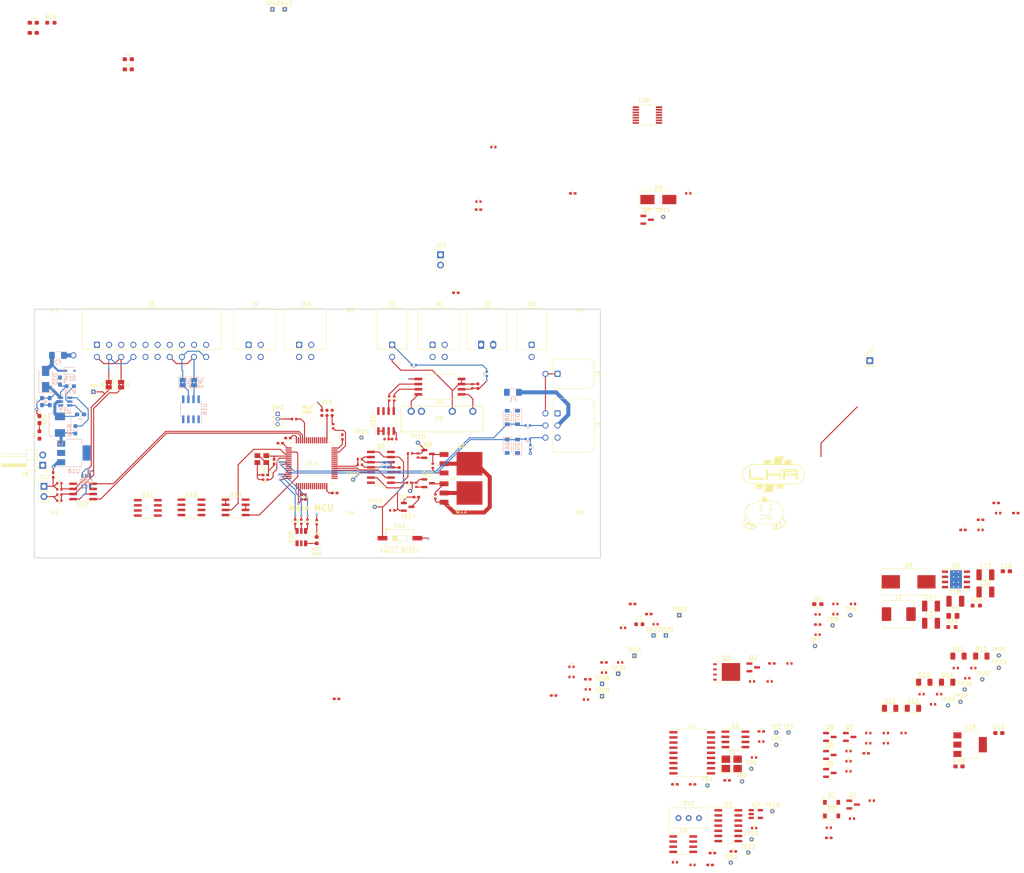
<source format=kicad_pcb>
(kicad_pcb (version 20211014) (generator pcbnew)
  (layers (0 "F.Cu" signal) (1 "In1.Cu" power) (2 "In2.Cu" power) (31 "B.Cu" signal) (34 "B.Paste" user) (35 "F.Paste" user) (36 "B.SilkS" user "B.Silkscreen") (37 "F.SilkS" user "F.Silkscreen") (38 "B.Mask" user) (39 "F.Mask" user) (44 "Edge.Cuts" user))
  (net 0 "")
  (net 1 "/BMS_fault_analog")
  (net 2 "GND")
  (net 3 "Net-(C2-Pad2)")
  (net 4 "Net-(C3-Pad1)")
  (net 5 "+5V")
  (net 6 "/D_Aux_LS_sig")
  (net 7 "/D_Aux_HS_sig")
  (net 8 "/Precharge_Timer")
  (net 9 "Net-(C11-Pad1)")
  (net 10 "/IMD_fault")
  (net 11 "+12V")
  (net 12 "Net-(C16-Pad1)")
  (net 13 "Net-(C16-Pad2)")
  (net 14 "Net-(C13-Pad2)")
  (net 15 "+3V3")
  (net 16 "Net-(C18-Pad1)")
  (net 17 "/Voltage Measurement/iso_hv_0")
  (net 18 "/Voltage Measurement/iso_hv_5")
  (net 19 "/A_Vcar_sig")
  (net 20 "Net-(C21-Pad2)")
  (net 21 "Net-(C22-Pad2)")
  (net 22 "+3.3VA")
  (net 23 "Net-(C34-Pad2)")
  (net 24 "Net-(C35-Pad2)")
  (net 25 "/Microcontroller/HSE_in")
  (net 26 "Net-(C37-Pad1)")
  (net 27 "Net-(D4-Pad2)")
  (net 28 "/IMD_data")
  (net 29 "/shutdown_contactor")
  (net 30 "Net-(D10-Pad2)")
  (net 31 "Net-(D11-Pad2)")
  (net 32 "Net-(D12-Pad2)")
  (net 33 "Net-(D13-Pad2)")
  (net 34 "Net-(D14-Pad2)")
  (net 35 "Net-(D15-Pad2)")
  (net 36 "/Power Supply 1/BUCK/SW")
  (net 37 "Net-(D17-Pad1)")
  (net 38 "/Power Supply 1/BUCK/VBST")
  (net 39 "Net-(D18-Pad4)")
  (net 40 "Net-(D18-Pad6)")
  (net 41 "Net-(D9-Pad2)")
  (net 42 "Net-(D16-Pad1)")
  (net 43 "Net-(D17-Pad3)")
  (net 44 "/Power Supply 1/BUCK/V_in")
  (net 45 "/shutdown_in")
  (net 46 "/shutdown_out")
  (net 47 "/~{dischage_disable}")
  (net 48 "/IMD_led")
  (net 49 "/AMS_led")
  (net 51 "/BSPD_signal")
  (net 52 "/CAN_H")
  (net 53 "/CAN_L")
  (net 54 "/GLV Connections/DCDC_enable")
  (net 55 "/IMD_status_output")
  (net 56 "/Orion_mpo_data_error")
  (net 57 "/IMD_KE")
  (net 58 "/IMD_data_low_side")
  (net 59 "/Voltage Measurement/HV+")
  (net 60 "/Precharge_Con_GND")
  (net 61 "/HS_Con_GND")
  (net 62 "/LS_Con_GND")
  (net 64 "VDD")
  (net 65 "Net-(C48-Pad1)")
  (net 66 "Net-(J12-Pad2)")
  (net 67 "Net-(J13-Pad2)")
  (net 68 "/Microcontroller/SWCLK")
  (net 69 "Net-(D17-Pad4)")
  (net 70 "Net-(D17-Pad6)")
  (net 71 "/Telemetry_CAN_H")
  (net 72 "Net-(Q1-Pad3)")
  (net 73 "Net-(Q2-Pad1)")
  (net 74 "Net-(Q2-Pad3)")
  (net 75 "Net-(Q3-Pad4)")
  (net 76 "Net-(Q4-Pad1)")
  (net 77 "Net-(Q5-Pad1)")
  (net 78 "Net-(Q6-Pad1)")
  (net 79 "Net-(Q8-Pad1)")
  (net 80 "Net-(Q9-Pad1)")
  (net 81 "Net-(Q11-Pad1)")
  (net 82 "Net-(Q10-Pad1)")
  (net 83 "Net-(Q10-Pad3)")
  (net 84 "Net-(Q11-Pad2)")
  (net 85 "/can_~{cs}")
  (net 86 "/can_~{reset}")
  (net 87 "/D_Shutdown_Status_sig")
  (net 88 "/D_Final_Close_Out")
  (net 89 "/Contactor Logic/Precharge_Active")
  (net 90 "Net-(R16-Pad2)")
  (net 91 "/D_AMS_Fault_Latched")
  (net 92 "/D_IMD_Fault_Latched")
  (net 93 "/dcdc_enable")
  (net 94 "Net-(R28-Pad2)")
  (net 95 "/D_Precharge_cmd")
  (net 96 "/BMS_Fault")
  (net 97 "Net-(D18-Pad5)")
  (net 98 "/Shutdown Circuit Control/latch_ready")
  (net 99 "Net-(R31-Pad2)")
  (net 100 "Net-(R49-Pad1)")
  (net 101 "Net-(R50-Pad1)")
  (net 102 "Net-(R51-Pad1)")
  (net 103 "Net-(R52-Pad1)")
  (net 104 "Net-(R32-Pad2)")
  (net 105 "Net-(R38-Pad2)")
  (net 106 "/Microcontroller/I2C1_SCL")
  (net 107 "/Microcontroller/I2C1_SDA")
  (net 108 "/Microcontroller/I2C2_SCL")
  (net 109 "/Microcontroller/I2C2_SDA")
  (net 110 "/Microcontroller/LED_B")
  (net 111 "/Microcontroller/LED_G")
  (net 112 "/Microcontroller/LED_R")
  (net 113 "/Microcontroller/HSE_out")
  (net 114 "Net-(R41-Pad1)")
  (net 115 "/Microcontroller/BOOT0")
  (net 116 "/Microcontroller/SWDIO")
  (net 117 "Net-(RV1-Pad2)")
  (net 118 "/can_sck")
  (net 119 "/can_miso")
  (net 120 "/can_mosi")
  (net 121 "/MCU_CAN_RX")
  (net 122 "/MCU_CAN_TX")
  (net 123 "Net-(TP12-Pad1)")
  (net 124 "/Microcontroller/CAN1_TX")
  (net 125 "/Microcontroller/CAN2_TX")
  (net 126 "/Microcontroller/CAN1_RX")
  (net 127 "/Microcontroller/CAN2_RX")
  (net 134 "/CAN/~{INT}")
  (net 135 "/D_Final_Close_cmd")
  (net 141 "Net-(R42-Pad1)")
  (net 142 "Net-(R43-Pad2)")
  (net 143 "/Microcontroller/PA3")
  (net 144 "/Microcontroller/PA4")
  (net 145 "/Microcontroller/SPI1_SCK")
  (net 146 "/Microcontroller/SPI1_MISO")
  (net 147 "/Microcontroller/SPI1_MOSI")
  (net 148 "/Microcontroller/PB0")
  (net 149 "/Microcontroller/PB1")
  (net 150 "/Microcontroller/PB2")
  (net 151 "/Microcontroller/PB14")
  (net 152 "/Microcontroller/PB15")
  (net 153 "/Microcontroller/PA8")
  (net 154 "/Microcontroller/USB_D-")
  (net 155 "/Microcontroller/USB_D+")
  (net 156 "/Microcontroller/PA14")
  (net 157 "/Microcontroller/SPI3_SCK")
  (net 158 "/Microcontroller/SPI3_MISO")
  (net 159 "/Microcontroller/SPI3_MOSI")
  (net 160 "/Microcontroller/PD2")
  (net 161 "/Microcontroller/PB3")
  (net 162 "Net-(R47-Pad1)")
  (net 163 "Net-(R48-Pad1)")
  (net 164 "Net-(R70-Pad1)")
  (net 165 "/Power Supply 1/BUCK/EN")
  (net 166 "/Power Supply 1/BUCK/VFB")
  (net 167 "Net-(U10-Pad1)")
  (net 170 "/Power Supply 1/DIODE")
  (net 171 "Net-(D21-Pad1)")
  (net 172 "+24V")
  (net 173 "/IMD_24V")
  (net 174 "Net-(J10-Pad3)")
  (net 175 "Net-(J14-Pad2)")
  (net 178 "/Watchdog/Microcontroller/I2C1_SDA")
  (net 179 "/Watchdog/Vref_A")
  (net 181 "/Watchdog/LevelShifter/B1")
  (net 182 "/Watchdog/LevelShifter/B2")
  (net 183 "/Watchdog/LevelShifter/B3")
  (net 184 "/Watchdog/LevelShifter/B4")
  (net 185 "/Watchdog_RX")
  (net 186 "/Watchdog_TX")
  (net 187 "/Telemetry_CAN_L")
  (footprint "Connector_Molex:Molex_Micro-Fit_3.0_43650-0200_1x02_P3.00mm_Horizontal" (layer "F.Cu") (at 110.5 8.82)
    (fp_text reference "J2")
    (fp_text value "Conn_01x02_Female")
  )
  (footprint "Resistor_SMD:R_0603_1608Metric_Pad0.98x0.95mm_HandSolder" (layer "F.Cu") (at 232.97 73.32)
    (fp_text reference "R28")
    (fp_text value "10k")
  )
  (footprint "FixedTextSizes:R_0402_1005Metric" (layer "F.Cu") (at 132.87 90.97)
    (fp_text reference "R62")
    (fp_text value "120")
  )
  (footprint "TestPoint:TestPoint_THTPad_1.0x1.0mm_Drill0.5mm" (layer "F.Cu") (at 58.892 -74.164)
    (fp_text reference "TP42")
    (fp_text value "TestPoint")
  )
  (footprint "FixedTextSizes:R_0402_1005Metric" (layer "F.Cu") (at 219.45 95.22)
    (fp_text reference "R49")
    (fp_text value "220")
  )
  (footprint "FixedTextSizes:R_0402_1005Metric" (layer "F.Cu") (at 206.27 107.35)
    (fp_text reference "R22")
    (fp_text value "100k")
  )
  (footprint "Jumper:SolderJumper-2_P1.3mm_Bridged2Bar_Pad1.0x1.5mm" (layer "F.Cu") (at 21.463 18.669 90)
    (fp_text reference "JP1")
    (fp_text value " ")
  )
  (footprint "FixedTextSizes:R_0402_1005Metric" (layer "F.Cu") (at 109.848 -26.608)
    (fp_text reference "R78")
    (fp_text value "~")
  )
  (footprint "FixedTextSizes:R_0402_1005Metric" (layer "F.Cu") (at 57.15 42.164 180)
    (fp_text reference "R69")
    (fp_text value "47")
  )
  (footprint "FixedTextSizes:R_0402_1005Metric" (layer "F.Cu") (at 136.88 94.05)
    (fp_text reference "R54")
    (fp_text value "2k2")
  )
  (footprint "FixedTextSizes:C_0603_1608Metric_Pad1.08x0.95mm_HandSolder_Reasonable_Text_Size" (layer "F.Cu") (at 23.241 -61.819)
    (fp_text reference "C45")
    (fp_text value "22uF")
  )
  (footprint "FixedTextSizes:R_0402_1005Metric" (layer "F.Cu") (at 6.192 47.376 180)
    (fp_text reference "R67")
    (fp_text value "120")
  )
  (footprint "Package_TO_SOT_SMD:SOT-23" (layer "F.Cu") (at 92.329 48.895)
    (fp_text reference "U7")
    (fp_text value " SGM809-SXN3/TR ")
  )
  (footprint "Package_SO:SOIC-8_3.9x4.9mm_P1.27mm" (layer "F.Cu") (at 160.49 132.32)
    (fp_text reference "U4")
    (fp_text value "LM393")
  )
  (footprint "Connector_Molex:Molex_Micro-Fit_3.0_43045-0400_2x02_P3.00mm_Horizontal" (layer "F.Cu") (at 65.5 8.82)
    (fp_text reference "J10")
    (fp_text value "Conn_02x02_Counter_Clockwise")
  )
  (footprint "LED_SMD:LED_1206_3216Metric" (layer "F.Cu") (at 211.67 98.72)
    (fp_text reference "D15")
    (fp_text value "Final_Close_Out_LED")
  )
  (footprint "Package_SO:SSO-8_6.8x5.9mm_P1.27mm_Clearance8mm" (layer "F.Cu") (at 100.33 19.177 180)
    (fp_text reference "U9")
    (fp_text value "ACPL-C79B")
  )
  (footprint "Package_TO_SOT_SMD:TO-252-3_TabPin2" (layer "F.Cu") (at 105.537 45.467)
    (fp_text reference "Q12")
    (fp_text value "SUD50P04-09L-E3")
  )
  (footprint "TestPoint:TestPoint_THTPad_D1.0mm_Drill0.5mm" (layer "F.Cu") (at 94.869 33.02)
    (fp_text reference "TP18")
    (fp_text value "TestPoint")
  )
  (footprint "LED_SMD:LED_0603_1608Metric_Pad1.05x0.95mm_HandSolder" (layer "F.Cu") (at 1.27 27.305 90)
    (fp_text reference "D21")
    (fp_text value "LED")
  )
  (footprint "LED_SMD:LED_1206_3216Metric" (layer "F.Cu") (at 220.12 92.27)
    (fp_text reference "D10")
    (fp_text value "AMS_LED")
  )
  (footprint "FixedTextSizes:R_0402_1005Metric" (layer "F.Cu") (at 193.74 75.5)
    (fp_text reference "R8")
    (fp_text value "10k")
  )
  (footprint "Diode_SMD:D_SOD-123" (layer "F.Cu") (at 197.19 125.33)
    (fp_text reference "D3")
    (fp_text value "B5819W")
  )
  (footprint "Resistor_SMD:R_0603_1608Metric_Pad0.98x0.95mm_HandSolder" (layer "F.Cu") (at 226.96 78.63)
    (fp_text reference "R29")
    (fp_text value "3.24k")
  )
  (footprint "FixedTextSizes:C_0402_1005Metric_Pad0.74x0.62mm_HandSolder_Reasonable_Text_Size" (layer "F.Cu") (at 74.752 96.388)
    (fp_text reference "C14")
    (fp_text value "0.1uf")
  )
  (footprint "FixedTextSizes:R_0402_1005Metric" (layer "F.Cu") (at 198.13 72.91)
    (fp_text reference "R10")
    (fp_text value "5.1k")
  )
  (footprint "FixedTextSizes:C_0402_1005Metric_Pad0.74x0.62mm_HandSolder_Reasonable_Text_Size" (layer "F.Cu") (at 229.69 54.6)
    (fp_text reference "C22")
    (fp_text value "0.1uf")
  )
  (footprint "TestPoint:TestPoint_THTPad_1.0x1.0mm_Drill0.5mm" (layer "F.Cu") (at 140.41 92.67)
    (fp_text reference "TP26")
    (fp_text value " ")
  )
  (footprint "MountingHole:MountingHole_3.7mm" (layer "F.Cu") (at 135 55)
    (fp_text reference "H5")
    (fp_text value "MountingHole")
  )
  (footprint "Connector_Molex:Molex_Micro-Fit_3.0_43045-0600_2x03_P3.00mm_Horizontal" (layer "F.Cu") (at 129.413 25.781 -90)
    (fp_text reference "J3")
    (fp_text value "Conn_01x06")
  )
  (footprint "FixedTextSizes:R_0402_1005Metric" (layer "F.Cu") (at 92.71 42.926 180)
    (fp_text reference "R32")
    (fp_text value "1k")
  )
  (footprint "Package_TO_SOT_SMD:SOT-23" (layer "F.Cu") (at 201.65 105.81)
    (fp_text reference "Q7")
    (fp_text value "AO3400A")
  )
  (footprint "Package_TO_SOT_SMD:TDSON-8-1" (layer "F.Cu") (at 171.25 89.73)
    (fp_text reference "Q3")
    (fp_text value "CSD18540Q5B")
  )
  (footprint "FixedTextSizes:C_0402_1005Metric_Pad0.74x0.62mm_HandSolder_Reasonable_Text_Size" (layer "F.Cu") (at 234.04 52.09)
    (fp_text reference "C19")
    (fp_text value "0.1uf")
  )
  (footprint "FixedTextSizes:C_0402_1005Metric_Pad0.74x0.62mm_HandSolder_Reasonable_Text_Size" (layer "F.Cu") (at 4.668 41.026 -90)
    (fp_text reference "C34")
    (fp_text value "4.7n")
  )
  (footprint "FixedTextSizes:R_0402_1005Metric" (layer "F.Cu") (at 198.13 75.42)
    (fp_text reference "R12")
    (fp_text value "1M")
  )
  (footprint "FixedTextSizes:R_0402_1005Metric" (layer "F.Cu") (at 178 110.89)
    (fp_text reference "R5")
    (fp_text value "10k")
  )
  (footprint "FixedTextSizes:R_0402_1005Metric" (layer "F.Cu") (at 222.3 97.73)
    (fp_text reference "R51")
    (fp_text value "220")
  )
  (footprint "MountingHole:MountingHole_3.7mm" (layer "F.Cu") (at 78.25 55)
    (fp_text reference "H4")
    (fp_text value "MountingHole")
  )
  (footprint "FixedTextSizes:R_0402_1005Metric" (layer "F.Cu") (at 202.48 72.91)
    (fp_text reference "R7")
    (fp_text value "100")
  )
  (footprint "TestPoint:TestPoint_THTPad_D1.0mm_Drill0.5mm" (layer "F.Cu") (at 155.54 -22.81)
    (fp_text reference "TP14")
    (fp_text value "TestPoint")
  )
  (footprint "TestPoint:TestPoint_THTPad_D1.0mm_Drill0.5mm" (layer "F.Cu") (at 177.39 131.13)
    (fp_text reference "TP10")
    (fp_text value "TestPoint")
  )
  (footprint "FixedTextSizes:R_0402_1005Metric" (layer "F.Cu") (at 6.192 44.582)
    (fp_text reference "R61")
    (fp_text value "120")
  )
  (footprint "TestPoint:TestPoint_THTPad_D1.0mm_Drill0.5mm" (layer "F.Cu") (at 197.44 78.2)
    (fp_text reference "TP8")
    (fp_text value "TestPoint")
  )
  (footprint "Connector_Molex:Molex_Micro-Fit_3.0_43045-0200_2x01_P3.00mm_Horizontal" (layer "F.Cu") (at 88.5 8.82)
    (fp_text reference "J5")
    (fp_text value "Conn_01x02")
  )
  (footprint "FixedTextSizes:C_0402_1005Metric_Pad0.74x0.62mm_HandSolder_Reasonable_Text_Size" (layer "F.Cu") (at 136.88 91.54)
    (fp_text reference "C30")
    (fp_text value "1u")
  )
  (footprint "FixedTextSizes:C_0402_1005Metric_Pad0.74x0.62mm_HandSolder_Reasonable_Text_Size" (layer "F.Cu") (at 90.297 39.751 -90)
    (fp_text reference "C15")
    (fp_text value "0.1uf")
  )
  (footprint "Package_SO:TI_SO-PowerPAD-8_ThermalVias" (layer "F.Cu") (at 227.95 66.84)
    (fp_text reference "U6")
    (fp_text value "TPS5430DDA")
  )
  (footprint "FixedTextSizes:R_0402_1005Metric" (layer "F.Cu") (at 69.85 52.705 90)
    (fp_text reference "R57")
    (fp_text value "100")
  )
  (footprint "FixedTextSizes:R_0402_1005Metric" (layer "F.Cu") (at 136.45 96.56)
    (fp_text reference "R64")
    (fp_text value "120")
  )
  (footprint "TestPoint:TestPoint_THTPad_D1.0mm_Drill0.5mm" (layer "F.Cu") (at 92.964 44.958)
    (fp_text reference "TP17")
    (fp_text value "TestPoint")
  )
  (footprint "Package_QFP:LQFP-64_10x10mm_P0.5mm" (layer "F.Cu") (at 68.58 38.1)
    (fp_text reference "U14")
    (fp_text value "STM32F105RCTx")
  )
  (footprint "FixedTextSizes:R_0402_1005Metric" (layer "F.Cu") (at 162.79 137.46)
    (fp_text reference "R14")
    (fp_text value "100k")
  )
  (footprint "Package_TO_SOT_SMD:SOT-23" (layer "F.Cu") (at 177.8 88.6)
    (fp_text reference "Q2")
    (fp_text value " 2N7002 ")
  )
  (footprint "TestPoint:TestPoint_THTPad_D1.0mm_Drill0.5mm" (layer "F.Cu") (at 201.83 75.69)
    (fp_text reference "TP9")
    (fp_text value "TestPoint")
  )
  (footprint "FixedTextSizes:R_0402_1005Metric" (layer "F.Cu") (at 201.38 114.31)
    (fp_text reference "R24")
    (fp_text value "100k")
  )
  (footprint "FixedTextSizes:R_0402_1005Metric" (layer "F.Cu") (at 140.89 89.89)
    (fp_text reference "R53")
    (fp_text value "2k2")
  )
  (footprint "Package_SO:SOIC-8_3.9x4.9mm_P1.27mm" (layer "F.Cu") (at 38.862 49.022)
    (fp_text reference "U12")
    (fp_text value "LM358")
  )
  (footprint "FixedTextSizes:R_0402_1005Metric" (layer "F.Cu") (at 179.8 106.95)
    (fp_text reference "R4")
    (fp_text value "100k")
  )
  (footprint "TestPoint:TestPoint_THTPad_D1.0mm_Drill0.5mm" (layer "F.Cu") (at 166.49 117.8)
    (fp_text reference "TP4")
    (fp_text value "TestPoint")
  )
  (footprint "Crystal:Crystal_SMD_3225-4Pin_3.2x2.5mm" (layer "F.Cu") (at 56.261 37.084 180)
    (fp_text reference "Y2")
    (fp_text value "16MHz")
  )
  (footprint "Connector_Molex:Molex_Micro-Fit_3.0_43045-0400_2x02_P3.00mm_Horizontal" (layer "F.Cu") (at 98.5 8.82)
    (fp_text reference "J6")
    (fp_text value "Conn_01x06")
  )
  (footprint "FixedTextSizes:R_0402_1005Metric" (layer "F.Cu") (at 186.77 87.63)
    (fp_text reference "R13")
    (fp_text value "1k")
  )
  (footprint "Capacitor_SMD:C_0603_1608Metric_Pad1.08x0.95mm_HandSolder" (layer "F.Cu") (at 228.7 113.09)
    (fp_text reference "C46")
    (fp_text value "22uF")
  )
  (footprint "FixedTextSizes:C_0402_1005Metric_Pad0.74x0.62mm_HandSolder_Reasonable_Text_Size" (layer "F.Cu") (at 133.17 -28.63)
    (fp_text reference "C20")
    (fp_text value "0.1uf")
  )
  (footprint "FixedTextSizes:C_0402_1005Metric_Pad0.74x0.62mm_HandSolder_Reasonable_Text_Size" (layer "F.Cu") (at 109.848 -24.618)
    (fp_text reference "C48")
    (fp_text value "~")
  )
  (footprint "FixedTextSizes:C_0402_1005Metric_Pad0.74x0.62mm_HandSolder_Reasonable_Text_Size" (layer "F.Cu") (at 74.295 45.466)
    (fp_text reference "C25")
    (fp_text value "100n")
  )
  (footprint "Resistor_SMD:R_0603_1608Metric_Pad0.98x0.95mm_HandSolder" (layer "F.Cu") (at 4.096 -70.836)
    (fp_text reference "R74")
    (fp_text value "10K")
  )
  (footprint "FixedTextSizes:R_0402_1005Metric" (layer "F.Cu") (at 67.564 52.579 90)
    (fp_text reference "R60")
    (fp_text value "220")
  )
  (footprint "Inductor_SMD:L_0603_1608Metric" (layer "F.Cu") (at 149.63 77.93)
    (fp_text reference "L1")
    (fp_text value "68n")
  )
  (footprint "FixedTextSizes:C_0402_1005Metric_Pad0.74x0.62mm_HandSolder_Reasonable_Text_Size" (layer "F.Cu") (at 67.056 46.482 -90)
    (fp_text reference "C28")
    (fp_text value "100n")
  )
  (footprint "LED_SMD:LED_1206_3216Metric" (layer "F.Cu") (at 228.57 85.82)
    (fp_text reference "D12")
    (fp_text value "IMS_FAULT_LED")
  )
  (footprint "FixedTextSizes:C_0402_1005Metric_Pad0.74x0.62mm_HandSolder_Reasonable_Text_Size" (layer "F.Cu") (at 205.73 109.86)
    (fp_text reference "C11")
    (fp_text value "0.1uf")
  )
  (footprint "Capacitor_SMD:C_0805_2012Metric_Pad1.18x1.45mm_HandSolder" (layer "F.Cu") (at 227.19 75.87)
    (fp_text reference "C15")
    (fp_text value "10uF")
  )
  (footprint "Connector_PinHeader_2.54mm:PinHeader_1x01_P2.54mm_Vertical" (layer "F.Cu") (at 206.64 12.745)
    (fp_text reference "J7")
    (fp_text value "Conn_01x01")
  )
  (footprint "FixedTextSizes:R_0402_1005Metric" (layer "F.Cu") (at 64.262 27.178)
    (fp_text reference "R70")
    (fp_text value "10K")
  )
  (footprint "TestPoint:TestPoint_THTPad_1.0x1.0mm_Drill0.5mm" (layer "F.Cu") (at 144.42 90.16)
    (fp_text reference "TP30")
    (fp_text value " ")
  )
  (footprint "FixedTextSizes:R_0402_1005Metric" (layer "F.Cu") (at 145.62 78.81)
    (fp_text reference "R66")
    (fp_text value "120")
  )
  (footprint "Capacitor_SMD:C_1210_3225Metric_Pad1.33x2.70mm_HandSolder" (layer "F.Cu") (at 227.79 72.24)
    (fp_text reference "C18")
    (fp_text value "100uF")
  )
  (footprint "Package_TO_SOT_SMD:SOT-223-3_TabPin2" (layer "F.Cu") (at 231.45 107.71)
    (fp_text reference "U18")
    (fp_text value "AMS1117-3.3")
  )
  (footprint "TestPoint:TestPoint_THTPad_D1.0mm_Drill0.5mm" (layer "F.Cu") (at 230.1 94.06)
    (fp_text reference "TP25")
    (fp_text value "TestPoint")
  )
  (footprint "FixedTextSizes:C_0402_1005Metric_Pad0.74x0.62mm_HandSolder_Reasonable_Text_Size" (layer "F.Cu") (at 237.89 47.93)
    (fp_text reference "C21")
    (fp_text value "0.1uf")
  )
  (footprint "Connector_PinHeader_2.54mm:PinHeader_1x02_P2.54mm_Vertical" (layer "F.Cu") (at 2.382 43.815)
    (fp_text reference "J12")
    (fp_text value "Conn_01x02")
  )
  (footprint "FixedTextSizes:R_0402_1005Metric" (layer "F.Cu") (at 113.534 -40.088)
    (fp_text reference "R76")
    (fp_text value "~")
  )
  (footprint "FixedTextSizes:C_0402_1005Metric_Pad0.74x0.62mm_HandSolder_Reasonable_Text_Size" (layer "F.Cu") (at 140.89 87.38)
    (fp_text reference "C31")
    (fp_text value "10n")
  )
  (footprint "LED_SMD:LED_ROHM_SMLVN6" (layer "F.Cu") (at 66.04 56.389 90)
    (fp_text reference "D18")
    (fp_text value "SMLVN6RGB")
  )
  (footprint "Tag-Connect:Tag-Connect_TC2030-IDC-NL_2x03_P1.27mm_Vertical" (layer "F.Cu") (at 72.39 25.654 180)
    (fp_text reference "J14")
    (fp_text value "SWD")
  )
  (footprint "Package_SO:SOIC-8_3.9x4.9mm_P1.27mm" (layer "F.Cu") (at 49.784 49.022)
    (fp_text reference "U13")
    (fp_text value "LM358")
  )
  (footprint "FixedTextSizes:C_0402_1005Metric_Pad0.74x0.62mm_HandSolder_Reasonable_Text_Size" (layer "F.Cu") (at 151.98 75.42)
    (fp_text reference "C32")
    (fp_text value "0u1")
  )
  (footprint "MountingHole:MountingHole_3.7mm" (layer "F.Cu") (at 135 5)
    (fp_text reference "H6")
    (fp_text value "MountingHole")
  )
  (footprint "FixedTextSizes:C_0402_1005Metric_Pad0.74x0.62mm_HandSolder_Reasonable_Text_Size" (layer "F.Cu") (at 60.833 33.147 180)
    (fp_text reference "C27")
    (fp_text value "100n")
  )
  (footprint "LHRE Footprint Library:logo_lhr" (layer "F.Cu") (at 182.870816 40.835)
    (fp_text reference "X2" hide)
    (fp_text value "placeholder_for_picture" hide)
  )
  (footprint "FixedTextSizes:C_0402_1005Metric_Pad0.74x0.62mm_HandSolder_Reasonable_Text_Size" (layer "F.Cu") (at 147.97 72.91)
    (fp_text reference "C35")
    (fp_text value "4.7n")
  )
  (footprint "FixedTextSizes:C_0402_1005Metric_Pad0.74x0.62mm_HandSolder_Reasonable_Text_Size" (layer "F.Cu") (at 162.79 117.53)
    (fp_text reference "C3")
    (fp_text value "22pf")
  )
  (footprint "FixedTextSizes:R_0402_1005Metric" (layer "F.Cu") (at 73.914 28.956 -90)
    (fp_text reference "R71")
    (fp_text value "22")
  )
  (footprint "Connector_Molex:Molex_Micro-Fit_3.0_43045-2000_2x10_P3.00mm_Horizontal" (layer "F.Cu") (at 15.5 8.82)
    (fp_text reference "J1")
    (fp_text value "Conn_01x20")
  )
  (footprint "FixedTextSizes:C_0402_1005Metric_Pad0.74x0.62mm_HandSolder_Reasonable_Text_Size" (layer "F.Cu") (at 109.728 19.048 90)
    (fp_text reference "C18")
    (fp_text value "1nf")
  )
  (footprint "Package_SO:SOIC-18W_7.5x11.6mm_P1.27mm" (layer "F.Cu") (at 162.72 109.73)
    (fp_text reference "U1")
    (fp_text value "MCP2515-xSO")
  )
  (footprint "FixedTextSizes:R_0402_1005Metric" (layer "F.Cu") (at 181.88 92.08)
    (fp_text reference "R6")
    (fp_text value "10k")
  )
  (footprint "FixedTextSizes:R_0402_1005Metric" (layer "F.Cu") (at 6.192 45.852 180)
    (fp_text reference "R65")
    (fp_text value "120")
  )
  (footprint "Package_TO_SOT_SMD:TO-252-3_TabPin2" (layer "F.Cu") (at 105.537 38.227)
    (fp_text reference "Q11")
    (fp_text value "SUD50P04-09L-E3")
  )
  (footprint "Package_TO_SOT_SMD:SOT-23" (layer "F.Cu") (at 196.76 110.26)
    (fp_text reference "Q4")
    (fp_text value "AO3400A")
  )
  (footprint "Capacitor_SMD:C_1210_3225Metric_Pad1.33x2.70mm_HandSolder" (layer "F.Cu") (at 235.23 65.69)
    (fp_text reference "C13")
    (fp_text value "22uF")
  )
  (footprint "FixedTextSizes:R_0402_1005Metric" (layer "F.Cu") (at 214.97 104.84)
    (fp_text reference "R23")
    (fp_text value "100k")
  )
  (footprint "FixedTextSizes:R_0402_1005Metric" (layer "F.Cu") (at 64.516 52.578 90)
    (fp_text reference "R58")
    (fp_text value "220")
  )
  (footprint "FixedTextSizes:R_0402_1005Metric" (layer "F.Cu") (at 89.027 32.131)
    (fp_text reference "R44")
    (fp_text value "500")
  )
  (footprint "MountingHole:MountingHole_3.7mm" (layer "F.Cu") (at 5 5)
    (fp_text reference "H1")
    (fp_text value "MountingHole")
  )
  (footprint "TestPoint:TestPoint_THTPad_D1.0mm_Drill0.5mm" (layer "F.Cu") (at 238.55 85.65)
    (fp_text reference "TP21")
    (fp_text value "TestPoint")
  )
  (footprint "Resistor_SMD:R_0603_1608Metric_Pad0.98x0.95mm_HandSolder" (layer "F.Cu") (at 1.27 31.115 90)
    (fp_text reference "R72")
    (fp_text value "470R")
  )
  (footprint "TestPoint:TestPoint_THTPad_D1.0mm_Drill0.5mm" (layer "F.Cu") (at 177.35 113.67)
    (fp_text reference "TP6")
    (fp_text value "TestPoint")
  )
  (footprint "FixedTextSizes:R_0402_1005Metric" (layer "F.Cu") (at 223.8 95.22)
    (fp_text reference "R52")
    (fp_text value "220")
  )
  (footprint "FixedTextSizes:R_0402_1005Metric" (layer "F.Cu") (at 108.331 19.048 90)
    (fp_text reference "R40")
    (fp_text value "1k")
  )
  (footprint "Package_SO:SOIC-8_3.9x4.9mm_P1.27mm" (layer "F.Cu") (at 173.4 106.41)
    (fp_text reference "U2")
    (fp_text value "SN65HVD230")
  )
  (footprint "FixedTextSizes:R_0402_1005Metric" (layer "F.Cu") (at 178.04 128.35)
    (fp_text reference "R16")
    (fp_text value "100k")
  )
  (footprint "FixedTextSizes:C_0402_1005Metric_Pad0.74x0.62mm_HandSolder_Reasonable_Text_Size" (layer "F.Cu") (at 128.43 95.56)
    (fp_text reference "C33")
    (fp_text value "0u1")
  )
  (footprint "FixedTextSizes:R_0402_1005Metric" (layer "F.Cu") (at 161.75 -28.63)
    (fp_text reference "R28")
    (fp_text value "10k")
  )
  (footprint "FixedTextSizes:R_0402_1005Metric" (layer "F.Cu") (at 177.53 92.08)
    (fp_text reference "R11")
    (fp_text value "5.1k")
  )
  (footprint "FixedTextSizes:R_0402_1005Metric" (layer "F.Cu") (at 206.27 104.84)
    (fp_text reference "R19")
    (fp_text value "10k")
  )
  (footprint "FixedTextSizes:C_0402_1005Metric_Pad0.74x0.62mm_HandSolder_Reasonable_Text_Size" (layer "F.Cu") (at 62.738 31.877 180)
    (fp_text reference "C26")
    (fp_text value "100n")
  )
  (footprint "FixedTextSizes:C_0402_1005Metric_Pad0.74x0.62mm_HandSolder_Reasonable_Text_Size" (layer "F.Cu") (at 76.2 31.623 90)
    (fp_text reference "C29")
    (fp_text value "100n")
  )
  (footprint "TestPoint:TestPoint_THTPad_D1.0mm_Drill0.5mm" (layer "F.Cu") (at 238.55 88.7)
    (fp_text reference "TP23")
    (fp_text value "TestPoint")
  )
  (footprint "Jumper:SolderJumper-2_P1.3mm_Bridged2Bar_Pad1.0x1.5mm" (layer "F.Cu") (at 18.415 18.669 90)
    (fp_text reference "JP2")
    (fp_text value " ")
  )
  (footprint "TestPoint:TestPoint_THTPad_1.0x1.0mm_Drill0.5mm" (layer "F.Cu") (at 14.605 20.447)
    (fp_text reference "TP32")
    (fp_text value " ")
  )
  (footprint "Diode_SMD:D_SMC_Handsoldering" (layer "F.Cu") (at 216.25 67.44)
    (fp_text reference "D9")
    (fp_text value "SS34")
  )
  (footprint "FixedTextSizes:C_0402_1005Metric_Pad0.74x0.62mm_HandSolder_Reasonable_Text_Size" (layer "F.Cu") (at 182.42 87.63)
    (fp_text reference "C6")
    (fp_text value "0.1uf")
  )
  (footprint "FixedTextSizes:C_0603_1608Metric_Pad1.08x0.95mm_HandSolder_Reasonable_Text_Size" (layer "F.Cu") (at -0.254 -70.836)
    (fp_text reference "C43")
    (fp_text value "22uF")
  )
  (footprint "FixedTextSizes:R_0402_1005Metric" (layer "F.Cu") (at 227.9 88.77)
    (fp_text reference "R47")
    (fp_text value "220")
  )
  (footprint "Inductor_SMD:L_Abracon_ASPI-0630LR" (layer "F.Cu") (at 213.8 75.42)
    (fp_text reference "L1")
    (fp_text value "15uH (4.5A)")
  )
  (footprint "LED_SMD:LED_1206_3216Metric" (layer "F.Cu") (at 234.22 85.82)
    (fp_text reference "D11")
    (fp_text value "BMS_FAULT_LED")
  )
  (footprint "LED_SMD:LED_1206_3216Metric" (layer "F.Cu") (at 225.77 92.27)
    (fp_text reference "D14")
    (fp_text value "Precharge_CMD_LED")
  )
  (footprint "MountingHole:MountingHole_3.7mm" (layer "F.Cu") (at 78.25 5)
    (fp_text reference "H3")
    (fp_text value "MountingHole")
  )
  (footprint "FixedTextSizes:C_0402_1005Metric_Pad0.74x0.62mm_HandSolder_Reasonable_Text_Size" (layer "F.Cu") (at 104.267 -4.064)
    (fp_text reference "C12")
    (fp_text value "0.1uf")
  )
  (footprint "FixedTextSizes:R_0402_1005Metric" (layer "F.Cu") (at 89.027 22.098 -90)
    (fp_text reference "R41")
    (fp_text value "2.2k")
  )
  (footprint "Package_TO_SOT_SMD:SOT-23" (layer "F.Cu") (at 97.409 43.053)
    (fp_text reference "Q10")
    (fp_text value "AO3400A")
  )
  (footprint "Connector_Molex:Molex_Micro-Fit_3.0_43045-0200_2x01_P3.00mm_Horizontal" (layer "F.Cu") (at 129.415 16 -90)
    (fp_text reference "J4")
    (fp_text value "Conn_01x02")
  )
  (footprint "Capacitor_SMD:C_0603_1608Metric_Pad1.08x0.95mm_HandSolder" (layer "F.Cu") (at 238.55 104.84)
    (fp_text reference "C45")
    (fp_text value "1uF")
  )
  (footprint "TestPoint:TestPoint_THTPad_1.0x1.0mm_Drill0.5mm" (layer "F.Cu") (at 159.52 75.69)
    (fp_text reference "TP33")
    (fp_text value " ")
  )
  (footprint "FixedTextSizes:R_0402_1005Metric" (layer "F.Cu") (at 196.49 128.26)
    (fp_text reference "R1")
    (fp_text value "2.2k")
  )
  (footprint "Connector_Molex:Molex_Micro-Fit_3.0_43045-0400_2x02_P3.00mm_Horizontal" (layer "F.Cu") (at 53 8.82)
    (fp_text reference "J9")
    (fp_text value "Conn_02x02_Counter_Clockwise")
  )
  (footprint "Button_Switch_SMD:SW_DIP_SPSTx01_Slide_6.7x4.1mm_W8.61mm_P2.54mm_LowProfile" (layer "F.Cu") (at 90.424 56.642)
    (fp_text reference "SW1")
    (fp_text value "FAULT_RESET")
  )
  (footprint "TestPoint:TestPoint_THTPad_1.0x1.0mm_Drill0.5mm" (layer "F.Cu") (at 61.942 -74.164)
    (fp_text reference "TP43")
    (fp_text value "TestPoint")
  )
  (footprint "TestPoint:TestPoint_THTPad_D1.0mm_Drill0.5mm" (layer "F.Cu") (at 229.05 97.11)
    (fp_text reference "TP22")
    (fp_text value "TestPoint")
  )
  (footprint "Connector_Molex:Molex_Micro-Fit_3.0_43045-0200_2x01_P3.00mm_Horizontal" (layer "F.Cu") (at 123 8.82)
    (fp_text reference "J11")
    (fp_text value "Conn_01x01")
  )
  (footprint "Package_SO:SOIC-8_3.9x4.9mm_P1.27mm" (layer "F.Cu") (at 12.065 45.085 180)
    (fp_text reference "U15")
    (fp_text value "SN65HVD230")
  )
  (footprint "Diode_SMD:D_SOD-123" (layer "F.Cu") (at 197.19 121.98)
    (fp_text reference "D2")
    (fp_text value "B5819W")
  )
  (footprint "FixedTextSizes:C_0402_1005Metric_Pad0.74x0.62mm_HandSolder_Reasonable_Text_Size" (layer "F.Cu") (at 158.44 117.53)
    (fp_text reference "C5")
    (fp_text value "0.1uf")
  )
  (footprint "TestPoint:TestPoint_THTPad_D1.0mm_Drill0.5mm" (layer "F.Cu") (at 182.54 124.17)
    (fp_text reference "TP13")
    (fp_text value "TestPoint")
  )
  (footprint "FixedTextSizes:R_0402_1005Metric" (layer "F.Cu") (at 66.04 52.579 90)
    (fp_text reference "R59")
    (fp_text value "220")
  )
  (footprint "TestPoint:TestPoint_THTPad_D1.0mm_Drill0.5mm" (layer "F.Cu") (at 80.899 31.75)
    (fp_text reference "TP15")
    (fp_text value "TestPoint")
  )
  (footprint "FixedTextSizes:C_0603_1608Metric_Pad1.08x0.95mm_HandSolder_Reasonable_Text_Size" (layer "F.Cu") (at 23.241 -59.309)
    (fp_text reference "C44")
    (fp_text value "1uF")
  )
  (footprint "FixedTextSizes:R_0402_1005Metric" (layer "F.Cu") (at 132.87 88.46)
    (fp_text reference "R68")
    (fp_text value "120")
  )
  (footprint "Connector_PinHeader_2.54mm:PinHeader_1x02_P2.54mm_Horizontal" (layer "F.Cu") (at 2.089 38.613 180)
    (fp_text reference "J8")
    (fp_text value "Conn_01x02")
  )
  (footprint "TestPoint:TestPoint_THTPad_1.0x1.0mm_Drill0.5mm" (layer "F.Cu") (at 148.43 85.73)
    (fp_text reference "TP31")
    (fp_text value " ")
  )
  (footprint "Connector_PinHeader_2.54mm:PinHeader_1x02_P2.54mm_Vertical" (layer "F.Cu") (at 100.468 -13.448)
    (fp_text reference "J13")
    (fp_text value "Conn_01x02")
  )
  (footprint "FixedTextSizes:R_0402_1005Metric" (layer "F.Cu") (at 158.44 136.8)
    (fp_text reference "R15")
    (fp_text value "120k")
  )
  (footprint "Package_TO_SOT_SMD:SOT-23-5" (layer "F.Cu") (at 178.44 124.87)
    (fp_text reference "U3")
    (fp_text value "74AUC1G17")
  )
  (footprint "FixedTextSizes:R_0402_1005Metric" (layer "F.Cu") (at 80.518 38.481)
    (fp_text reference "R30")
    (fp_text value "10k")
  )
  (footprint "Package_SO:SOIC-14_3.9x8.7mm_P1.27mm" (layer "F.Cu") (at 171.64 127.75)
    (fp_text reference "U5")
    (fp_text value "74HC08_2AND")
  )
  (footprint "TestPoint:TestPoint_THTPad_1.0x1.0mm_Drill0.5mm" (layer "F.Cu") (at 140.41 95.72)
    (fp_text reference "TP28")
    (fp_text value " ")
  )
  (footprint "Capacitor_SMD:C_1210_3225Metric_Pad1.33x2.70mm_HandSolder" (layer "F.Cu") (at 235.23 69.94)
    (fp_text reference "C19")
    (fp_text value "22uF")
  )
  (footprint "LHRE Footprint Library:g_noidontwantthat" (layer "F.Cu") (at 180.517187 50.438666)
    (fp_text reference "X1" hide)
    (fp_text value "placeholder_for_picture" hide)
  )
  (footprint "Package_TO_SOT_SMD:SOT-23" (layer "F.Cu") (at 196.76 105.81)
    (fp_text reference "Q5")
    (fp_text value "AO3400A")
  )
  (footprint "LED_SMD:LED_1206_3216Metric" (layer "F.Cu") (at 217.32 98.72)
    (fp_text reference "D13")
    (fp_text value "IMS_LED")
  )
  (footprint "FixedTextSizes:C_0402_1005Metric_Pad0.74x0.62mm_HandSolder_Reasonable_Text_Size" (layer "F.Cu") (at 167.72 134.53)
    (fp_text reference "C8")
    (fp_text value "47uf")
  )
  (footprint "FixedTextSizes:C_0402_1005Metric_Pad0.74x0.62mm_HandSolder_Reasonable_Text_Size" (layer "F.Cu") (at 179.8 104.44)
    (fp_text reference "C2")
    (fp_text value "22pf")
  )
  (footprint "FixedTextSizes:R_0402_1005Metric" (layer "F.Cu") (at 193.74 80.52)
    (fp_text reference "R9")
    (fp_text value "1k")
  )
  (footprint "TestPoint:TestPoint_THTPad_1.0x1.0mm_Drill0.5mm" (layer "F.Cu") (at 153.16 80.71)
    (fp_text reference "TP27")
    (fp_text value " ")
  )
  (footprint "LSF0204QPWRQ1:SOP65P640X120-14N" (layer "F.Cu") (at 151.638 -48.006)
    (fp_text reference "U20")
    (fp_text value "LSF0204QPWRQ1")
  )
  (footprint "TestPoint:TestPoint_THTPad_D1.0mm_Drill0.5mm" (layer "F.Cu") (at 186.55 104.71)
    (fp_text reference "TP1")
    (fp_text value "TestPoint")
  )
  (footprint "Package_SO:SOIC-8_3.9x4.9mm_P1.27mm" (layer "F.Cu") (at 86.995 27.686 90)
    (fp_text reference "U10")
    (fp_text value "LM358")
  )
  (footprint "FixedTextSizes:C_0402_1005Metric_Pad0.74x0.62mm_HandSolder_Reasonable_Text_Size" (layer "F.Cu") (at 196.49 130.77)
    (fp_text reference "C1")
    (fp_text value "0.1uF")
  )
  (footprint "FixedTextSizes:R_0402_1005Metric" (layer "F.Cu") (at 144.9 87.38)
    (fp_text reference "R56")
    (fp_text value "2k2")
  )
  (footprint "FixedTextSizes:C_0402_1005Metric_Pad0.74x0.62mm_HandSolder_Reasonable_Text_Size" (layer "F.Cu") (at 57.15 41.021)
    (fp_text reference "C37")
    (fp_text value "10p")
  )
  (footprint "FixedTextSizes:R_0402_1005Metric" (layer "F.Cu") (at 207.13 121.56)
    (fp_text reference "R2")
    (fp_text value "10k")
  )
  (footprint "FixedTextSizes:R_0402_1005Metric" (layer "F.Cu") (at 210.62 104.84)
    (fp_text reference "R17")
    (fp_text value "1k")
  )
  (footprint "Connector_PinHeader_1.27mm:PinHeader_1x03_P1.27mm_Vertical" (layer "F.Cu") (at 60.198 25.903)
    (fp_text reference "SW2")
    (fp_text value "SW_SPDT")
  )
  (footprint "FixedTextSizes:R_0402_1005Metric" (layer "F.Cu") (at 232.25 88.77)
    (fp_text reference "R48")
    (fp_text value "220")
  )
  (footprint "FixedTextSizes:R_0402_1005Metric" (layer "F.Cu") (at 238.39 50.44)
    (fp_text reference "R46")
    (fp_text value "3.9k")
  )
  (footprint "LED_SMD:LED_0603_1608Metric_Pad1.05x0.95mm_HandSolder" (layer "F.Cu") (at 193.785 72.95)
    (fp_text reference "D4")
    (fp_text value "LED_RED")
  )
  (footprint "TestPoint:TestPoint_THTPad_D1.0mm_Drill0.5mm" (layer "F.Cu") (at 172.25 136.89)
    (fp_text reference "TP11")
    (fp_text value "TestPoint")
  )
  (footprint "FixedTextSizes:R_0402_1005Metric" (layer "F.Cu") (at 234.04 54.6)
    (fp_text reference "R45")
    (fp_text value "3.9k")
  )
  (footprint "Capacitor_SMD:C_1210_3225Metric_Pad1.33x2.70mm_HandSolder" (layer "F.Cu") (at 221.78 77.69)
    (fp_text reference "C17")
    (fp_text value "100uF")
  )
  (footprint "FixedTextSizes:R_0402_1005Metric" (layer "F.Cu") (at 201.38 111.8)
    (fp_text reference "R21")
    (fp_text value "100k")
  )
  (footprint "FixedTextSizes:C_0402_1005Metric_Pad0.74x0.62mm_HandSolder_Reasonable_Text_Size" (layer "F.Cu") (at 167.14 137.46)
    (fp_text reference "C9")
    (fp_text value "0.1uf")
  )
  (footprint "FixedTextSizes:R_0402_1005Metric" (layer "F.Cu") (at 201.38 109.29)
    (fp_text reference "R18")
    (fp_text value "10k")
  )
  (footprint "TestPoint:TestPoint_THTPad_D1.0mm_Drill0.5mm" (layer "F.Cu") (at 78.867 42.164)
    (fp_text reference "TP16")
    (fp_text value "TestPoint")
  )
  (footprint "FixedTextSizes:C_0402_1005Metric_Pad0.74x0.62mm_HandSolder_Reasonable_Text_Size" (layer "F.Cu") (at 59.309 37.719 -90)
    (fp_text reference "C36")
    (fp_text value "10p")
  )
  (footprint "FixedTextSizes:C_0402_1005Metric_Pad0.74x0.62mm_HandSolder_Reasonable_Text_Size" (layer "F.Cu") (at 94.488 46.482 180)
    (fp_text reference "C17")
    (fp_text value "0.1uf")
  )
  (footprint "FixedTextSizes:R_0402_1005Metric" (layer "F.Cu") (at 202.24 126.01)
    (fp_text reference "R3")
    (fp_text value "2.2k")
  )
  (footprint "FixedTextSizes:R_0402_1005Metric" (layer "F.Cu") (at 94.488 43.434 -90)
    (fp_text reference "R35")
    (fp_text value "100k")
  )
  (footprint "LED_SMD:LED_0603_1608Metric" (layer "F.Cu") (at 69.85 57.15 -90)
    (fp_text reference "D16")
    (fp_text value "RED")
  )
  (footprint "FixedTextSizes:R_0402_1005Metric" (layer "F.Cu") (at 153.64 77.93)
    (fp_text reference "R55")
    (fp_text value "2k2")
  )
  (footprint "FixedTextSizes:C_0402_1005Metric_Pad0.74x0.62mm_HandSolder_Reasonable_Text_Size" (layer "F.Cu") (at 242.74 50.44)
    (fp_text reference "C23")
    (fp_text value "0.1uf")
  )
  (footprint "TestPoint:TestPoint_THTPad_1.0x1.0mm_Drill0.5mm" (layer "F.Cu") (at 156.21 80.71)
    (fp_text reference "TP29")
    (fp_text value " ")
  )
  (footprint "FixedTextSizes:R_0402_1005Metric" (layer "F.Cu") (at 94.869 36.195 -90)
    (fp_text reference "R34")
    (fp_text value "100k")
  )
  (footprint "TestPoint:TestPoint_THTPad_D1.0mm_Drill0.5mm" (layer "F.Cu") (at 175.05 116.81)
    (fp_text reference "TP2")
    (fp_text value "TestPoint")
  )
  (footprint "TestPoint:TestPoint_THTPad_D1.0mm_Drill0.5mm" (layer "F.Cu") (at 234.45 91.55)
    (fp_text reference "TP20")
    (fp_text value "TestPoint")
  )
  (footprint "FixedTextSizes:C_0402_1005Metric_Pad0.74x0.62mm_HandSolder_Reasonable_Text_Size" (layer "F.Cu") (at 66.04 46.482 -90)
    (fp_text reference "C24")
    (fp_text value "4u7")
  )
  (footprint "FixedTextSizes:C_0603_1608Metric_Pad1.08x0.95mm_HandSolder_Reasonable_Text_Size" (layer "F.Cu") (at -0.254 -68.326)
    (fp_text reference "C42")
    (fp_text value "22uF")
  )
  (footprint "Package_TO_SOT_SMD:SOT-23" (layer "F.Cu") (at 97.409 35.814)
    (fp_text reference "Q9")
    (fp_text value "AO3400A")
  )
  (footprint "FixedTextSizes:R_0402_1005Metric" (layer "F.Cu") (at 92.9155 35.687 180)
    (fp_text reference "R31")
    (fp_text value "1k")
  )
  (footprint "FixedTextSizes:R_0402_1005Metric" (layer "F.Cu") (at 99.187 46.355 90)
    (fp_text reference "R37")
    (fp_text value "100k")
  )
  (footprint "LHRE Footprint Library:RFMM-0505S" (layer "F.Cu") (at 93.218 25.273)
    (fp_text reference "U8")
    (fp_text value "RFMM-0505S")
  )
  (footprint "FixedTextSizes:R_0402_1005Metric" (layer "F.Cu") (at 88.519 49.784)
    (fp_text reference "R33")
    (fp_text value "10k")
  )
  (footprint "Capacitor_SMD:C_0603_1608Metric_Pad1.08x0.95mm_HandSolder" (layer "F.Cu") (at 240.41 64.82)
    (fp_text reference "C16")
    (fp_text value "0.01uF")
  )
  (footprint "TestPoint:TestPoint_THTPad_D1.0mm_Drill0.5mm" (layer "F.Cu") (at 176.6 134.38)
    (fp_text reference "TP12")
    (fp_text value "TestPoint")
  )
  (footprint "FixedTextSizes:C_0402_1005Metric_Pad0.74x0.62mm_HandSolder_Reasonable_Text_Size" (layer "F.Cu") (at 171.35 116.54)
    (fp_text reference "C4")
    (fp_text value "0.1uf")
  )
  (footprint "FixedTextSizes:R_0402_1005Metric" (layer "F.Cu") (at 210.62 107.35)
    (fp_text reference "R20")
    (fp_text value "10k")
  )
  (footprint "Package_SO:SOIC-8_3.9x4.9mm_P1.27mm" (layer "F.Cu") (at 28.067 49.149)
    (fp_text reference "U11")
    (fp_text value "LM358")
  )
  (footprint "TestPoint:TestPoint_THTPad_D1.0mm_Drill0.5mm" (layer "F.Cu") (at 193.09 83.3)
    (fp_text reference "TP7")
    (fp_text value "TestPoint")
  )
  (footprint "TestPoint:TestPoint_THTPad_D1.0mm_Drill0.5mm" (layer "F.Cu") (at 84.201 48.895)
    (fp_text reference "TP19")
    (fp_text value "TestPoint")
  )
  (footprint "Potentiometer_THT:Potentiometer_Bourns_3296W_Vertical" (layer "F.Cu") (at 164.39 125.87)
    (fp_text reference "RV1")
    (fp_text value "R_POT_TRIM")
  )
  (footprint "FixedTextSizes:R_0402_1005Metric" (layer "F.Cu") (at 87.757 22.098 -90)
    (fp_text reference "R42")
    (fp_text value "2.2k")
  )
  (footprint "TestPoint:TestPoint_THTPad_D1.0mm_Drill0.5mm" (layer "F.Cu") (at 226 98)
    (fp_text reference "TP24")
    (fp_text value "TestPoint")
  )
  (footprint "Capacitor_SMD:C_1210_3225Metric_Pad1.33x2.70mm_HandSolder" (layer "F.Cu") (at 221.78 73.44)
    (fp_text reference "C14")
    (fp_text value "22uF")
  )
  (footprint "Package_TO_SOT_SMD:SOT-23" (layer "F.Cu") (at 151.57 -22.11)
    (fp_text reference "Q8")
    (fp_text value "Q_NMOS_DGS")
  )
  (footprint "FixedTextSizes:R_0402_1005Metric" (layer "F.Cu") (at 6.192 43.058)
    (fp_text reference "R63")
    (fp_text value "120")
  )
  (footprint "Package_SO:SOIC-14_3.9x8.7mm_P1.27mm" (layer "F.Cu") (at 85.725 39.116)
    (fp_text reference "U6")
    (fp_text value "74HC74D,653")
  )
  (footprint "MountingHole:MountingHole_3.7mm" (layer "F.Cu") (at 5 55)
    (fp_text reference "H2")
    (fp_text value "MountingHole")
  )
  (footprint "FixedTextSizes:R_0402_1005Metric" (layer "F.Cu") (at 80.518 37.084)
    (fp_text reference "R29")
    (fp_text value "2.2k")
  )
  (footprint "TestPoint:TestPoint_THTPad_D1.0mm_Drill0.5mm" (layer "F.Cu") (at 183.5 107.76)
    (fp_text reference "TP5")
    (fp_text value "TestPoint")
  )
  (footprint "FixedTextSizes:R_0402_1005Metric" (layer "F.Cu") (at 87.122 32.131)
    (fp_text reference "R43")
    (fp_text value "500")
  )
  (footprint "FixedTextSizes:R_0402_1005Metric" (layer "F.Cu") (at 230.75 91.28)
    (fp_text reference "R50")
    (fp_text value "220")
  )
  (footprint "FixedTextSizes:C_0402_1005Metric_Pad0.74x0.62mm_HandSolder_Reasonable_Text_Size" (layer "F.Cu") (at 172.9 134.11)
    (fp_text reference "C10")
    (fp_text value "0.1uf")
  )
  (footprint "FixedTextSizes:R_0402_1005Metric" (layer "F.Cu") (at 98.552 38.735 90)
    (fp_text reference "R36")
    (fp_text value "100k")
  )
  (footprint "Diode_SMD:D_SMB_Handsoldering" (layer "F.Cu") (at 154.35 -27.11)
    (fp_text reference "D9")
    (fp_text value " P6SMB16CA")
  )
  (footprint "TestPoint:TestPoint_THTPad_D1.0mm_Drill0.5mm" (layer "F.Cu") (at 183.5 104.71)
    (fp_text reference "TP3")
    (fp_text value "TestPoint")
  )
  (footprint "Package_TO_SOT_SMD:SOT-23" (layer "F.Cu") (at 202.51 122.53)
    (fp_text reference "Q1")
    (fp_text value "AO3400A")
  )
  (footprint "Package_TO_SOT_SMD:SOT-23" (layer "F.Cu") (at 196.76 114.71)
    (fp_text reference "Q6")
    (fp_text value "AO3400A")
  )
  (footprint "Crystal:Crystal_SMD_3225-4Pin_3.2x2.5mm_HandSoldering" (layer "F.Cu") (at 172.5 112.46)
    (fp_text reference "Y1")
    (fp_text value "16 MHz")
  )
  (footprint "FixedTextSizes:C_0402_1005Metric_Pad0.74x0.62mm_HandSolder_Reasonable_Text_Size" (layer "F.Cu") (at 193.74 78.01)
    (fp_text reference "C7")
    (fp_text value "0.1uf")
  )
  (footprint "Fuse:Fuse_1206_3216Metric_Pad1.42x1.75mm_HandSolder" (layer "B.Cu") (at 5.842 11.43)
    (fp_text reference "F2")
    (fp_text value "2A")
  )
  (footprint "Diode_SMD:D_SOD-323" (layer "B.Cu") (at 8.89 15.24)
    (fp_text reference "D19")
    (fp_text value "32V")
  )
  (footprint "Diode_SMD:D_SMA" (layer "B.Cu") (at 2.794 17.272 90)
    (fp_text reference "D20")
    (fp_text value "0.7dV")
  )
  (footprint "Package_TO_SOT_SMD:SOT-223-3_TabPin2" (layer "B.Cu") (at 9.779 35.56)
    (fp_text reference "U18")
    (fp_text value "AMS1117-3.3")
  )
  (footprint "FixedTextSizes:C_0603_1608Metric_Pad1.08x0.95mm_HandSolder_Reasonable_Text_Size" (layer "B.Cu") (at 1.905 22.86 -90)
    (fp_text reference "C40")
    (fp_text value "100nF")
  )
  (footprint "Diode_SMD:D_SOD-123" (layer "B.Cu") (at 116.967 26.797 90)
    (fp_text reference "D8")
    (fp_text value "B5819W")
  )
  (footprint "FixedTextSizes:R_0402_1005Metric" (layer "B.Cu") (at 122.047 32.131)
    (fp_text reference "R26")
    (fp_text value "10k")
  )
  (footprint "Diode_SMD:D_SOD-123" (layer "B.Cu") (at 119.507 33.909 90)
    (fp_text reference "D5")
    (fp_text value "B5819W")
  )
  (footprint "Package_TO_SOT_SMD:SOT-23-6" (layer "B.Cu") (at 7.62 22.86)
    (fp_text reference "U17")
    (fp_text value "LMR51420")
  )
  (footprint "Jumper:SolderJumper-2_P1.3mm_Bridged2Bar_Pad1.0x1.5mm" (layer "B.Cu") (at 36.703 18.161 90)
    (fp_text reference "JP4")
    (fp_text value " ")
  )
  (footprint "FixedTextSizes:C_0402_1005Metric_Pad0.74x0.62mm_HandSolder_Reasonable_Text_Size" (layer "B.Cu") (at 86.614 38.481 -90)
    (fp_text reference "C16")
    (fp_text value "0.1uf")
  )
  (footprint "FixedTextSizes:C_0603_1608Metric_Pad1.08x0.95mm_HandSolder_Reasonable_Text_Size" (layer "B.Cu") (at 11.43 26.035)
    (fp_text reference "C41")
    (fp_text value "100nF")
  )
  (footprint "Diode_SMD:D_SOD-123" (layer "B.Cu") (at 116.967 33.909 -90)
    (fp_text reference "D6")
    (fp_text value "B5819W")
  )
  (footprint "Diode_SMD:D_SOD-123" (layer "B.Cu") (at 119.507 26.797 -90)
    (fp_text reference "D7")
    (fp_text value "B5819W")
  )
  (footprint "Global Libraries:SOT95P280X100-6N" (layer "B.Cu") (at 12.827 42.545 90)
    (fp_text reference "D17")
    (fp_text value "DT1446-04TS-7" hide)
  )
  (footprint "Resistor_SMD:R_0603_1608Metric_Pad0.98x0.95mm_HandSolder" (layer "B.Cu") (at 10.16 29.845 -90)
    (fp_text reference "R75")
    (fp_text value "54.9K")
  )
  (footprint "Inductor_SMD:L_Sunlord_MWSA0518_5.4x5.2mm" (layer "B.Cu") (at 6.35 28.575 -90)
    (fp_text reference "L2")
    (fp_text value "4u7")
  )
  (footprint "FixedTextSizes:R_0402_1005Metric" (layer "B.Cu") (at 93.853 13.843)
    (fp_text reference "R38")
    (fp_text value "1M")
  )
  (footprint "Fuse:Fuse_1206_3216Metric_Pad1.42x1.75mm_HandSolder" (layer "B.Cu") (at 118.364 20.574)
    (fp_text reference "F1")
    (fp_text value "2A")
  )
  (footprint "Package_SO:SOIC-8_3.9x4.9mm_P1.27mm" (layer "B.Cu") (at 38.735 24.765 90)
    (fp_text reference "U16")
    (fp_text value "SN65HVD230")
  )
  (footprint "FixedTextSizes:C_0603_1608Metric_Pad1.08x0.95mm_HandSolder_Reasonable_Text_Size" (layer "B.Cu") (at 3.81 22.86 -90)
    (fp_text reference "C38")
    (fp_text value "10uF")
  )
  (footprint "Jumper:SolderJumper-2_P1.3mm_Bridged2Bar_Pad1.0x1.5mm" (layer "B.Cu") (at 39.497 18.161 90)
    (fp_text reference "JP3")
    (fp_text value " ")
  )
  (footprint "Resistor_SMD:R_0603_1608Metric_Pad0.98x0.95mm_HandSolder" (layer "B.Cu") (at 8.89 19.05)
    (fp_text reference "R73")
    (fp_text value "10K")
  )
  (footprint "FixedTextSizes:C_0603_1608Metric_Pad1.08x0.95mm_HandSolder_Reasonable_Text_Size" (layer "B.Cu") (at 6.35 17.78 90)
    (fp_text reference "C39")
    (fp_text value "10uF")
  )
  (footprint "FixedTextSizes:C_0402_1005Metric_Pad0.74x0.62mm_HandSolder_Reasonable_Text_Size" (layer "B.Cu") (at 88.011 38.481 -90)
    (fp_text reference "C13")
    (fp_text value "0.1uf")
  )
  (footprint "FixedTextSizes:R_0402_1005Metric" (layer "B.Cu") (at 122.047 28.775)
    (fp_text reference "R27")
    (fp_text value "1k")
  )
  (footprint "FixedTextSizes:R_0402_1005Metric" (layer "B.Cu") (at 111.887 16.002 -90)
    (fp_text reference "R39")
    (fp_text value "1M")
  )
  (footprint "FixedTextSizes:R_0402_1005Metric" (layer "B.Cu") (at 122.682 34.163 90)
    (fp_text reference "R25")
    (fp_text value "2.2k")
  )
  (gr_rect (start 0 0) (end 140 61.524) (layer "Edge.Cuts") (width 0.2) (fill none))
  (gr_text "MCU\nSWD" (at 67.437 24.892) (layer "F.SilkS") (effects (font (size 0.75 0.75) (thickness 0.1875))))
  (gr_text "MCU\nPWR" (at 69.85 59.944) (layer "F.SilkS") (effects (font (size 0.75 0.75) (thickness 0.125))))
  (gr_text "PWR" (at 2.54 27.305 270) (layer "F.SilkS") (effects (font (size 0.75 0.75) (thickness 0.125))))
  (gr_text "Main MCU" (at 68.453 49.149) (layer "F.SilkS") (effects (font (size 1.5 1.5) (thickness 0.3))))
  (segment (start 194.564 36.449) (end 194.564 33.147) (width 0.25) (layer "F.Cu") (net 0))
  (segment (start 194.564 33.147) (end 203.581 24.13) (width 0.25) (layer "F.Cu") (net 0))
  (segment (start 117.221 33.147) (end 117.221 33.034) (width 0.25) (layer "B.Cu") (net 0))
  (segment (start 59.309 38.608) (end 57.912 40.005) (width 0.25) (layer "F.Cu") (net 2))
  (segment (start 94.547 44.003) (end 94.488 43.944) (width 0.25) (layer "F.Cu") (net 2))
  (segment (start 96.4715 44.003) (end 94.547 44.003) (width 0.25) (layer "F.Cu") (net 2))
  (segment (start 83.25 37.846) (end 81.79 37.846) (width 0.25) (layer "F.Cu") (net 2))
  (segment (start 94.9825 17.272) (end 92.71 17.272) (width 0.25) (layer "F.Cu") (net 2))
  (segment (start 94.928 36.764) (end 94.869 36.705) (width 0.25) (layer "F.Cu") (net 2))
  (segment (start 88.2 39.116) (end 88.2 37.846) (width 0.25) (layer "F.Cu") (net 2))
  (segment (start 57.261 37.934) (end 55.561 36.234) (width 0.25) (layer "F.Cu") (net 2))
  (segment (start 88.2 39.116) (end 88.138 39.116) (width 0.25) (layer "F.Cu") (net 2))
  (segment (start 81.028 37.084) (end 81.536 36.576) (width 0.25) (layer "F.Cu") (net 2))
  (segment (start 4.668 40.4585) (end 4.668 39.02) (width 0.25) (layer "F.Cu") (net 2))
  (segment (start 88.2675 39.1835) (end 88.2 39.116) (width 0.25) (layer "F.Cu") (net 2))
  (segment (start 57.912 40.005) (end 57.912 38.485) (width 0.25) (layer "F.Cu") (net 2))
  (segment (start 57.912 40.8265) (end 57.912 40.005) (width 0.25) (layer "F.Cu") (net 2))
  (segment (start 11.811 46.355) (end 12.446 45.72) (width 0.25) (layer "F.Cu") (net 2))
  (segment (start 55.561 36.234) (end 55.161 36.234) (width 0.25) (layer "F.Cu") (net 2))
  (segment (start 67.056 47.0495) (end 66.04 47.0495) (width 0.25) (layer "F.Cu") (net 2))
  (segment (start 81.79 37.846) (end 81.028 37.084) (width 0.25) (layer "F.Cu") (net 2))
  (segment (start 91.3915 47.2925) (end 91.3915 47.945) (width 0.25) (layer "F.Cu") (net 2))
  (segment (start 66.04 47.371) (end 65.278 48.133) (width 0.25) (layer "F.Cu") (net 2))
  (segment (start 69.85 52.195) (end 69.85 50.8) (width 0.25) (layer "F.Cu") (net 2))
  (segment (start 57.7175 41.021) (end 57.912 40.8265) (width 0.25) (layer "F.Cu") (net 2))
  (segment (start 57.912 38.485) (end 57.361 37.934) (width 0.25) (layer "F.Cu") (net 2))
  (segment (start 65.33 48.081) (end 65.33 43.775) (width 0.25) (layer "F.Cu") (net 2))
  (segment (start 81.536 36.576) (end 83.25 36.576) (width 0.25) (layer "F.Cu") (net 2))
  (segment (start 88.2 37.846) (end 85.725 37.846) (width 0.25) (layer "F.Cu") (net 2))
  (segment (start 57.361 37.934) (end 57.261 37.934) (width 0.25) (layer "F.Cu") (net 2))
  (segment (start 97.409 56.769) (end 97.282 56.642) (width 0.25) (layer "F.Cu") (net 2))
  (segment (start 66.04 47.0495) (end 66.04 47.371) (width 0.25) (layer "F.Cu") (net 2))
  (segment (start 65.278 48.133) (end 65.33 48.081) (width 0.25) (layer "F.Cu") (net 2))
  (segment (start 71.12 24.13) (end 70.104 23.114) (width 0.25) (layer "F.Cu") (net 2))
  (segment (start 12.446 45.72) (end 14.54 45.72) (width 0.25) (layer "F.Cu") (net 2))
  (segment (start 92.202 46.482) (end 91.3915 47.2925) (width 0.25) (layer "F.Cu") (net 2))
  (segment (start 97.282 56.642) (end 94.729 56.642) (width 0.25) (layer "F.Cu") (net 2))
  (segment (start 88.9 30.161) (end 89.089 30.161) (width 0.25) (layer "F.Cu") (net 2))
  (segment (start 90.297 39.1835) (end 88.2675 39.1835) (width 0.25) (layer "F.Cu") (net 2))
  (segment (start 9.59 46.99) (end 11.176 46.99) (width 0.25) (layer "F.Cu") (net 2))
  (segment (start 89.089 30.161) (end 89.537 30.609) (width 0.25) (layer "F.Cu") (net 2))
  (segment (start 97.409 56.769) (end 97.409 56.896) (width 0.25) (layer "F.Cu") (net 2))
  (segment (start 89.537 30.609) (end 89.537 32.131) (width 0.25) (layer "F.Cu") (net 2))
  (segment (start 85.725 37.846) (end 83.25 37.846) (width 0.25) (layer "F.Cu") (net 2))
  (segment (start 4.668 39.02) (end 4.699 38.989) (width 0.25) (layer "F.Cu") (net 2))
  (segment (start 59.309 38.2865) (end 59.309 38.608) (width 0.25) (layer "F.Cu") (net 2))
  (segment (start 96.4715 36.764) (end 94.928 36.764) (width 0.25) (layer "F.Cu") (net 2))
  (segment (start 93.9205 46.482) (end 92.202 46.482) (width 0.25) (layer "F.Cu") (net 2))
  (segment (start 65.33 43.775) (end 65.305 43.8) (width 0.25) (layer "F.Cu") (net 2))
  (segment (start 71.12 25.019) (end 71.12 24.13) (width 0.25) (layer "F.Cu") (net 2))
  (segment (start 11.176 46.99) (end 11.811 46.355) (width 0.25) (layer "F.Cu") (net 2))
  (via (at 69.85 50.8) (size 0.5) (drill 0.25) (layers "F.Cu" "B.Cu") (net 2))
  (via (at 11.811 46.355) (size 0.5) (drill 0.25) (layers "F.Cu" "B.Cu") (net 2))
  (via (at 97.409 56.769) (size 0.5) (drill 0.25) (layers "F.Cu" "B.Cu") (net 2))
  (via (at 70.104 23.114) (size 0.5) (drill 0.25) (layers "F.Cu" "B.Cu") (net 2))
  (via (at 92.71 17.272) (size 0.5) (drill 0.25) (layers "F.Cu" "B.Cu") (net 2))
  (via (at 65.278 48.133) (size 0.5) (drill 0.25) (layers "F.Cu" "B.Cu") (net 2))
  (via (at 122.682 35.687) (size 0.8) (drill 0.4) (layers "F.Cu" "B.Cu") (net 2))
  (via (at 4.699 38.989) (size 0.8) (drill 0.4) (layers "F.Cu" "B.Cu") (net 2))
  (via (at 85.725 37.846) (size 0.5) (drill 0.25) (layers "F.Cu" "B.Cu") (net 2))
  (segment (start 4.699 38.989) (end 5.828 37.86) (width 0.75) (layer "B.Cu") (net 2))
  (segment (start 3.81 23.7225) (end 1.905 23.7225) (width 0.25) (layer "B.Cu") (net 2))
  (segment (start 5.828 37.86) (end 6.629 37.86) (width 0.25) (layer "B.Cu") (net 2))
  (segment (start 85.7925 37.9135) (end 85.725 37.846) (width 0.25) (layer "B.Cu") (net 2))
  (segment (start 122.682 34.673) (end 122.682 35.687) (width 0.25) (layer "B.Cu") (net 2))
  (segment (start 12.827 45.339) (end 11.811 46.355) (width 0.25) (layer "B.Cu") (net 2))
  (segment (start 12.827 43.845) (end 12.827 45.339) (width 0.25) (layer "B.Cu") (net 2))
  (segment (start 86.614 37.9135) (end 85.7925 37.9135) (width 0.25) (layer "B.Cu") (net 2))
  (segment (start 88.011 37.9135) (end 86.614 37.9135) (width 0.25) (layer "B.Cu") (net 2))
  (segment (start 93.218 25.273) (end 93.218 22.8465) (width 0.25) (layer "F.Cu") (net 5))
  (segment (start 93.218 22.8465) (end 94.9825 21.082) (width 0.25) (layer "F.Cu") (net 5))
  (segment (start 10.16 30.7575) (end 10.0275 30.625) (width 0.25) (layer "B.Cu") (net 5))
  (segment (start 6.629 33.26) (end 6.618 33.26) (width 0.75) (layer "B.Cu") (net 5))
  (segment (start 6.629 33.26) (end 6.629 30.904) (width 0.75) (layer "B.Cu") (net 5))
  (segment (start 6.618 33.26) (end 6.604 33.274) (width 0.75) (layer "B.Cu") (net 5))
  (segment (start 6.629 30.904) (end 6.35 30.625) (width 0.75) (layer "B.Cu") (net 5))
  (segment (start 10.0275 30.625) (end 5.715 30.625) (width 0.25) (layer "B.Cu") (net 5))
  (segment (start 90.297 40.3185) (end 88.2675 40.3185) (width 0.25) (layer "F.Cu") (net 10))
  (segment (start 61.666827 38.35) (end 62.905 38.35) (width 0.25) (layer "F.Cu") (net 10))
  (segment (start 88.2675 40.3185) (end 88.2 40.386) (width 0.25) (layer "F.Cu") (net 10))
  (segment (start 61.662827 38.354) (end 61.666827 38.35) (width 0.25) (layer "F.Cu") (net 10))
  (segment (start 60.96 38.354) (end 61.662827 38.354) (width 0.25) (layer "F.Cu") (net 10))
  (via (at 60.96 38.354) (size 0.5) (drill 0.25) (layers "F.Cu" "B.Cu") (net 10))
  (segment (start 110.997 32.259) (end 111.253 32.259) (width 0.25) (layer "B.Cu") (net 10))
  (segment (start 62.992 40.513) (end 80.518 40.513) (width 0.25) (layer "B.Cu") (net 10))
  (segment (start 119.507 32.259) (end 116.967 32.259) (width 0.25) (layer "B.Cu") (net 10))
  (segment (start 78.867 42.164) (end 80.518 40.513) (width 0.25) (layer "B.Cu") (net 10))
  (segment (start 111.253 32.259) (end 116.967 32.259) (width 0.25) (layer "B.Cu") (net 10))
  (segment (start 121.537 32.131) (end 119.635 32.131) (width 0.25) (layer "B.Cu") (net 10))
  (segment (start 99.568 40.513) (end 107.822 32.259) (width 0.25) (layer "B.Cu") (net 10))
  (segment (start 60.96 38.354) (end 60.96 38.481) (width 0.25) (layer "B.Cu") (net 10))
  (segment (start 60.96 38.481) (end 62.992 40.513) (width 0.25) (layer "B.Cu") (net 10))
  (segment (start 80.518 40.513) (end 99.568 40.513) (width 0.25) (layer "B.Cu") (net 10))
  (segment (start 107.822 32.259) (end 111.253 32.259) (width 0.25) (layer "B.Cu") (net 10))
  (segment (start 119.635 32.131) (end 119.507 32.259) (width 0.25) (layer "B.Cu") (net 10))
  (segment (start 81.663 39.116) (end 81.028 38.481) (width 0.25) (layer "F.Cu") (net 14))
  (segment (start 83.25 39.116) (end 85.217 39.116) (width 0.25) (layer "F.Cu") (net 14))
  (segment (start 83.25 39.116) (end 81.663 39.116) (width 0.25) (layer "F.Cu") (net 14))
  (via (at 85.217 39.116) (size 0.5) (drill 0.25) (layers "F.Cu" "B.Cu") (net 14))
  (segment (start 88.011 39.0485) (end 86.614 39.0485) (width 0.25) (layer "B.Cu") (net 14))
  (segment (start 86.614 39.0485) (end 85.2845 39.0485) (width 0.25) (layer "B.Cu") (net 14))
  (segment (start 85.2845 39.0485) (end 85.217 39.116) (width 0.25) (layer "B.Cu") (net 14))
  (segment (start 64.83 32.425) (end 64.83 31.556) (width 0.25) (layer "F.Cu") (net 15))
  (segment (start 64.83 31.556) (end 64.516 31.242) (width 0.25) (layer "F.Cu") (net 15))
  (segment (start 64.516 31.242) (end 63.9405 31.242) (width 0.25) (layer "F.Cu") (net 15))
  (segment (start 93.2665 48.895) (end 95.0555 47.106) (width 0.25) (layer "F.Cu") (net 15))
  (segment (start 67.1135 57.9375) (end 67.09 57.914) (width 0.25) (layer "F.Cu") (net 15))
  (segment (start 74.255 34.35) (end 75.251 34.35) (width 0.25) (layer "F.Cu") (net 15))
  (segment (start 67.056 45.9145) (end 66.04 45.9145) (width 0.25) (layer "F.Cu") (net 15))
  (segment (start 66.04 45.9145) (end 65.83 45.7045) (width 0.25) (layer "F.Cu") (net 15))
  (segment (start 75.251 34.35) (end 76.2 33.401) (width 0.25) (layer "F.Cu") (net 15))
  (segment (start 72.898 45.466) (end 73.7275 45.466) (width 0.25) (layer "F.Cu") (net 15))
  (segment (start 62.905 34.35) (end 62.6035 34.35) (width 0.25) (layer "F.Cu") (net 15))
  (segment (start 76.2 33.401) (end 76.2 32.1905) (width 0.25) (layer "F.Cu") (net 15))
  (segment (start 72.33 43.775) (end 72.33 44.898) (width 0.25) (layer "F.Cu") (net 15))
  (segment (start 62.6035 34.35) (end 61.4005 33.147) (width 0.25) (layer "F.Cu") (net 15))
  (segment (start 63.9405 31.242) (end 63.3055 31.877) (width 0.25) (layer "F.Cu") (net 15))
  (segment (start 95.0555 47.106) (end 95.0555 46.482) (width 0.25) (layer "F.Cu") (net 15))
  (segment (start 72.33 44.898) (end 72.898 45.466) (width 0.25) (layer "F.Cu") (net 15))
  (segment (start 69.85 57.9375) (end 67.1135 57.9375) (width 0.25) (layer "F.Cu") (net 15))
  (segment (start 65.83 45.7045) (end 65.83 43.775) (width 0.25) (layer "F.Cu") (net 15))
  (segment (start 110.0515 19.6155) (end 111.887 17.78) (width 0.25) (layer "F.Cu") (net 16))
  (segment (start 109.6705 19.558) (end 109.728 19.6155) (width 0.25) (layer "F.Cu") (net 16))
  (segment (start 109.728 19.6155) (end 110.0515 19.6155) (width 0.25) (layer "F.Cu") (net 16))
  (segment (start 108.331 19.558) (end 108.077 19.812) (width 0.25) (layer "F.Cu") (net 16))
  (segment (start 108.077 19.812) (end 105.6775 19.812) (width 0.25) (layer "F.Cu") (net 16))
  (segment (start 108.331 19.558) (end 109.6705 19.558) (width 0.25) (layer "F.Cu") (net 16))
  (via (at 111.887 17.78) (size 0.5) (drill 0.25) (layers "F.Cu" "B.Cu") (net 16))
  (segment (start 111.887 17.78) (end 111.887 16.512) (width 0.25) (layer "B.Cu") (net 16))
  (segment (start 105.6775 18.542) (end 105.045 18.542) (width 0.25) (layer "F.Cu") (net 17))
  (segment (start 109.6705 18.538) (end 109.728 18.4805) (width 0.25) (layer "F.Cu") (net 17))
  (segment (start 98.425 15.113) (end 90.678 15.113) (width 0.25) (layer "F.Cu") (net 17))
  (segment (start 103.4495 20.1375) (end 103.378 20.209) (width 0.25) (layer "F.Cu") (net 17))
  (segment (start 108.331 18.538) (end 109.6705 18.538) (width 0.25) (layer "F.Cu") (net 17))
  (segment (start 108.327 18.542) (end 105.6775 18.542) (width 0.25) (layer "F.Cu") (net 17))
  (segment (start 90.678 15.113) (end 88.5 12.935) (width 0.25) (layer "F.Cu") (net 17))
  (segment (start 105.6775 18.542) (end 105.6775 17.272) (width 0.25) (layer "F.Cu") (net 17))
  (segment (start 108.331 18.538) (end 108.327 18.542) (width 0.25) (layer "F.Cu") (net 17))
  (segment (start 105.045 18.542) (end 103.4495 20.1375) (width 0.25) (layer "F.Cu") (net 17))
  (segment (start 103.378 20.209) (end 103.378 25.273) (width 0.25) (layer "F.Cu") (net 17))
  (segment (start 103.4495 20.1375) (end 98.425 15.113) (width 0.25) (layer "F.Cu") (net 17))
  (segment (start 88.5 12.935) (end 88.5 11.82) (width 0.25) (layer "F.Cu") (net 17))
  (segment (start 108.458 22.225) (end 107.315 21.082) (width 0.25) (layer "F.Cu") (net 18))
  (segment (start 108.458 25.273) (end 108.458 22.225) (width 0.25) (layer "F.Cu") (net 18))
  (segment (start 107.315 21.082) (end 105.6775 21.082) (width 0.25) (layer "F.Cu") (net 18))
  (segment (start 87.63 22.735) (end 87.757 22.608) (width 0.25) (layer "F.Cu") (net 20))
  (segment (start 87.63 25.211) (end 87.63 22.735) (width 0.25) (layer "F.Cu") (net 20))
  (segment (start 88.9 22.735) (end 89.027 22.608) (width 0.25) (layer "F.Cu") (net 21))
  (segment (start 88.9 25.019) (end 89.027 24.892) (width 0.25) (layer "F.Cu") (net 21))
  (segment (start 88.9 25.211) (end 88.9 22.735) (width 0.25) (layer "F.Cu") (net 21))
  (segment (start 88.9 25.211) (end 88.9 25.019) (width 0.25) (layer "F.Cu") (net 21))
  (segment (start 5.682 43.058) (end 5.672 43.058) (width 0.25) (layer "F.Cu") (net 23))
  (segment (start 4.915 43.815) (end 5.682 44.582) (width 0.25) (layer "F.Cu") (net 23))
  (segment (start 4.673 43.815) (end 4.915 43.815) (width 0.25) (layer "F.Cu") (net 23))
  (segment (start 4.668 43.568) (end 4.915 43.815) (width 0.25) (layer "F.Cu") (net 23))
  (segment (start 2.382 43.815) (end 4.673 43.815) (width 0.25) (layer "F.Cu") (net 23))
  (segment (start 4.668 41.506) (end 4.668 43.568) (width 0.25) (layer "F.Cu") (net 23))
  (segment (start 5.672 43.058) (end 4.915 43.815) (width 0.25) (layer "F.Cu") (net 23))
  (segment (start 59.408 36.35) (end 57.477 36.35) (width 0.25) (layer "F.Cu") (net 25))
  (segment (start 57.477 36.35) (end 57.361 36.234) (width 0.25) (layer "F.Cu") (net 25))
  (segment (start 62.905 36.35) (end 62.894 36.361) (width 0.25) (layer "F.Cu") (net 25))
  (segment (start 62.905 36.35) (end 59.408 36.35) (width 0.25) (layer "F.Cu") (net 25))
  (segment (start 59.309 36.449) (end 59.408 36.35) (width 0.25) (layer "F.Cu") (net 25))
  (segment (start 59.309 37.1515) (end 59.309 36.449) (width 0.25) (layer "F.Cu") (net 25))
  (segment (start 55.161 40.937) (end 55.161 37.934) (width 0.25) (layer "F.Cu") (net 26))
  (segment (start 55.245 41.021) (end 55.161 40.937) (width 0.25) (layer "F.Cu") (net 26))
  (segment (start 55.626 42.164) (end 55.161 41.699) (width 0.25) (layer "F.Cu") (net 26))
  (segment (start 56.64 42.164) (end 55.626 42.164) (width 0.25) (layer "F.Cu") (net 26))
  (segment (start 56.5825 41.021) (end 55.245 41.021) (width 0.25) (layer "F.Cu") (net 26))
  (segment (start 55.161 41.699) (end 55.161 40.937) (width 0.25) (layer "F.Cu") (net 26))
  (segment (start 60.706429 37.794398) (end 60.721827 37.779) (width 0.25) (layer "F.Cu") (net 28))
  (segment (start 62.014315 37.85) (end 62.905 37.85) (width 0.25) (layer "F.Cu") (net 28))
  (segment (start 61.943315 37.779) (end 62.014315 37.85) (width 0.25) (layer "F.Cu") (net 28))
  (segment (start 60.540298 37.794398) (end 60.706429 37.794398) (width 0.25) (layer "F.Cu") (net 28))
  (segment (start 60.721827 37.779) (end 61.943315 37.779) (width 0.25) (layer "F.Cu") (net 28))
  (via (at 60.540298 37.794398) (size 0.5) (drill 0.25) (layers "F.Cu" "B.Cu") (net 28))
  (segment (start 60.540298 37.794398) (end 60.706429 37.794398) (width 0.25) (layer "B.Cu") (net 28))
  (segment (start 119.507 28.447) (end 116.967 28.447) (width 0.25) (layer "B.Cu") (net 28))
  (segment (start 113.605 31.809) (end 116.967 28.447) (width 0.25) (layer "B.Cu") (net 28))
  (segment (start 60.706429 37.794398) (end 60.721827 37.779) (width 0.25) (layer "B.Cu") (net 28))
  (segment (start 99.381604 40.063) (end 107.635604 31.809) (width 0.25) (layer "B.Cu") (net 28))
  (segment (start 121.537 28.775) (end 119.835 28.775) (width 0.25) (layer "B.Cu") (net 28))
  (segment (start 61.908295 37.779) (end 64.192295 40.063) (width 0.25) (layer "B.Cu") (net 28))
  (segment (start 60.721827 37.779) (end 61.908295 37.779) (width 0.25) (layer "B.Cu") (net 28))
  (segment (start 107.635604 31.809) (end 113.605 31.809) (width 0.25) (layer "B.Cu") (net 28))
  (segment (start 64.192295 40.063) (end 99.381604 40.063) (width 0.25) (layer "B.Cu") (net 28))
  (segment (start 119.835 28.775) (end 119.507 28.447) (width 0.25) (layer "B.Cu") (net 28))
  (segment (start 6.35 26.525) (end 10.0775 26.525) (width 0.25) (layer "B.Cu") (net 36))
  (segment (start 5.08 23.524695) (end 5.08 25.89) (width 0.75) (layer "B.Cu") (net 36))
  (segment (start 5.08 25.89) (end 5.715 26.525) (width 0.75) (layer "B.Cu") (net 36))
  (segment (start 5.744695 22.86) (end 5.08 23.524695) (width 0.75) (layer "B.Cu") (net 36))
  (segment (start 10.0775 26.525) (end 10.5675 26.035) (width 0.25) (layer "B.Cu") (net 36))
  (segment (start 6.4825 22.86) (end 5.744695 22.86) (width 0.75) (layer "B.Cu") (net 36))
  (segment (start 38.1 22.29) (end 38.1 20.208) (width 0.25) (layer "B.Cu") (net 37))
  (segment (start 38.1 20.208) (end 36.703 18.811) (width 0.25) (layer "B.Cu") (net 37))
  (segment (start 8.7575 23.81) (end 10.0675 23.81) (width 0.25) (layer "B.Cu") (net 38))
  (segment (start 10.0675 23.81) (end 12.2925 26.035) (width 0.25) (layer "B.Cu") (net 38))
  (segment (start 67.564 54.39) (end 67.09 54.864) (width 0.25) (layer "F.Cu") (net 39))
  (segment (start 67.564 53.089) (end 67.564 54.39) (width 0.25) (layer "F.Cu") (net 39))
  (segment (start 64.516 53.088) (end 64.516 54.39) (width 0.25) (layer "F.Cu") (net 40))
  (segment (start 64.516 54.39) (end 64.99 54.864) (width 0.25) (layer "F.Cu") (net 40))
  (segment (start 69.85 56.3625) (end 69.85 53.34) (width 0.25) (layer "F.Cu") (net 42))
  (segment (start 39.497 22.163) (end 39.497 18.811) (width 0.25) (layer "B.Cu") (net 43))
  (segment (start 39.37 22.29) (end 39.497 22.163) (width 0.25) (layer "B.Cu") (net 43))
  (segment (start 0.635 25.795) (end 1.27 26.43) (width 0.25) (layer "F.Cu") (net 44))
  (segment (start 0.635 24.765) (end 0.635 25.795) (width 0.25) (layer "F.Cu") (net 44))
  (via (at 0.635 24.765) (size 0.8) (drill 0.4) (layers "F.Cu" "B.Cu") (net 44))
  (segment (start 6.4825 21.91) (end 6.4825 20.545) (width 0.25) (layer "B.Cu") (net 44))
  (segment (start 6.4825 21.91) (end 3.8445 19.272) (width 0.75) (layer "B.Cu") (net 44))
  (segment (start 1.905 21.9975) (end 0.635 23.2675) (width 0.25) (layer "B.Cu") (net 44))
  (segment (start 0.635 23.2675) (end 0.635 24.765) (width 0.25) (layer "B.Cu") (net 44))
  (segment (start 6.7075 21.685) (end 6.4825 21.91) (width 0.25) (layer "B.Cu") (net 44))
  (segment (start 7.9775 19.05) (end 6.7575 19.05) (width 0.25) (layer "B.Cu") (net 44))
  (segment (start 6.7575 19.05) (end 6.35 18.6425) (width 0.25) (layer "B.Cu") (net 44))
  (segment (start 3.81 21.9975) (end 1.905 21.9975) (width 0.25) (layer "B.Cu") (net 44))
  (segment (start 6.4825 20.545) (end 7.9775 19.05) (width 0.25) (layer "B.Cu") (net 44))
  (segment (start 3.8445 19.272) (end 2.794 19.272) (width 0.75) (layer "B.Cu") (net 44))
  (segment (start 4.0375 21.9975) (end 5.207 20.828) (width 0.25) (layer "B.Cu") (net 44))
  (segment (start 3.81 21.9975) (end 4.0375 21.9975) (width 0.25) (layer "B.Cu") (net 44))
  (segment (start 101.337 40.507) (end 99.181 40.507) (width 0.25) (layer "F.Cu") (net 45))
  (segment (start 98.552 39.878) (end 98.552 39.245) (width 0.25) (layer "F.Cu") (net 45))
  (segment (start 99.181 40.507) (end 98.552 39.878) (width 0.25) (layer "F.Cu") (net 45))
  (segment (start 101.473 40.513) (end 101.343 40.513) (width 0.25) (layer "F.Cu") (net 45))
  (segment (start 101.337 40.507) (end 101.343 40.513) (width 0.25) (layer "F.Cu") (net 45))
  (segment (start 101.337 45.467) (end 107.637 45.467) (width 1) (layer "F.Cu") (net 46))
  (segment (start 21.463 11.857) (end 21.5 11.82) (width 0.25) (layer "F.Cu") (net 52))
  (segment (start 21.463 18.019) (end 21.463 11.857) (width 0.25) (layer "F.Cu") (net 52))
  (segment (start 17.142 13.462) (end 19.858 13.462) (width 0.25) (layer "F.Cu") (net 52))
  (segment (start 15.5 11.82) (end 17.142 13.462) (width 0.25) (layer "F.Cu") (net 52))
  (segment (start 19.858 13.462) (end 21.5 11.82) (width 0.25) (layer "F.Cu") (net 52))
  (segment (start 18.531 17.761) (end 18.415 17.877) (width 0.25) (layer "F.Cu") (net 53))
  (segment (start 18.415 18.019) (end 18.415 17.877) (width 0.25) (layer "F.Cu") (net 53))
  (segment (start 18.415 18.019) (end 18.415 14.986) (width 0.25) (layer "F.Cu") (net 53))
  (via (at 18.415 14.986) (size 0.5) (drill 0.25) (layers "F.Cu" "B.Cu") (net 53))
  (segment (start 18.415 14.986) (end 18.415 11.905) (width 0.25) (layer "B.Cu") (net 53))
  (segment (start 22.858 13.462) (end 24.5 11.82) (width 0.25) (layer "B.Cu") (net 53))
  (segment (start 18.5 11.82) (end 20.142 13.462) (width 0.25) (layer "B.Cu") (net 53))
  (segment (start 20.142 13.462) (end 22.858 13.462) (width 0.25) (layer "B.Cu") (net 53))
  (segment (start 18.415 11.905) (end 18.5 11.82) (width 0.25) (layer "B.Cu") (net 53))
  (segment (start 122.682 32.256) (end 122.557 32.131) (width 0.25) (layer "B.Cu") (net 55))
  (segment (start 122.682 33.653) (end 122.682 32.256) (width 0.25) (layer "B.Cu") (net 55))
  (segment (start 122.907 31.781) (end 126.413 31.781) (width 0.25) (layer "B.Cu") (net 55))
  (segment (start 122.557 32.131) (end 122.907 31.781) (width 0.25) (layer "B.Cu") (net 55))
  (segment (start 126.415 16) (end 129.415 16) (width 0.25) (layer "F.Cu") (net 57))
  (segment (start 126.413 25.781) (end 126.413 16.002) (width 0.25) (layer "F.Cu") (net 57))
  (segment (start 126.413 16.002) (end 126.415 16) (width 0.25) (layer "F.Cu") (net 57))
  (segment (start 122.563 28.781) (end 126.413 28.781) (width 0.25) (layer "B.Cu") (net 58))
  (segment (start 122.557 28.775) (end 122.563 28.781) (width 0.25) (layer "B.Cu") (net 58))
  (segment (start 93.343 13.843) (end 93.343 13.663) (width 0.25) (layer "B.Cu") (net 59))
  (segment (start 93.343 13.663) (end 88.5 8.82) (width 0.25) (layer "B.Cu") (net 59))
  (segment (start 5.179 46.355) (end 4.673 46.355) (width 0.25) (layer "F.Cu") (net 66))
  (segment (start 4.673 46.355) (end 2.382 46.355) (width 0.25) (layer "F.Cu") (net 66))
  (segment (start 5.682 45.852) (end 5.179 46.355) (width 0.25) (layer "F.Cu") (net 66))
  (segment (start 5.682 47.364) (end 4.673 46.355) (width 0.25) (layer "F.Cu") (net 66))
  (segment (start 5.682 47.376) (end 5.682 47.364) (width 0.25) (layer "F.Cu") (net 66))
  (segment (start 72.39 32.365) (end 72.33 32.425) (width 0.25) (layer "F.Cu") (net 68))
  (segment (start 72.39 26.289) (end 72.39 32.365) (width 0.25) (layer "F.Cu") (net 68))
  (segment (start 14.097 24.257) (end 17.399 20.955) (width 0.25) (layer "F.Cu") (net 69))
  (segment (start 6.834 44.45) (end 6.702 44.582) (width 0.25) (layer "F.Cu") (net 69))
  (segment (start 16.891 20.447) (end 17.399 20.955) (width 0.25) (layer "F.Cu") (net 69))
  (segment (start 14.097 38.735) (end 14.097 24.257) (width 0.25) (layer "F.Cu") (net 69))
  (segment (start 18.415 20.193) (end 18.415 19.319) (width 0.25) (layer "F.Cu") (net 69))
  (segment (start 14.605 20.447) (end 16.891 20.447) (width 0.25) (layer "F.Cu") (net 69))
  (segment (start 13.335 41.081751) (end 9.966751 44.45) (width 0.25) (layer "F.Cu") (net 69))
  (segment (start 6.702 43.058) (end 6.702 44.582) (width 0.25) (layer "F.Cu") (net 69))
  (segment (start 18.161 20.193) (end 17.399 20.955) (width 0.25) (layer "F.Cu") (net 69))
  (segment (start 13.335 39.497) (end 14.097 38.735) (width 0.25) (layer "F.Cu") (net 69))
  (segment (start 9.59 44.45) (end 6.834 44.45) (width 0.25) (layer "F.Cu") (net 69))
  (segment (start 18.415 20.193) (end 18.161 20.193) (width 0.25) (layer "F.Cu") (net 69))
  (segment (start 13.335 39.497) (end 13.335 41.081751) (width 0.25) (layer "F.Cu") (net 69))
  (via (at 13.335 39.497) (size 0.5) (drill 0.25) (layers "F.Cu" "B.Cu") (net 69))
  (segment (start 12.85 39.497) (end 11.877 40.47) (width 0.25) (layer "B.Cu") (net 69))
  (segment (start 11.877 40.47) (end 11.877 41.245) (width 0.25) (layer "B.Cu") (net 69))
  (segment (start 13.335 39.497) (end 12.85 39.497) (width 0.25) (layer "B.Cu") (net 69))
  (segment (start 21.463 19.685) (end 21.463 19.319) (width 0.25) (layer "F.Cu") (net 70))
  (segment (start 9.59 45.72) (end 9.966751 45.72) (width 0.25) (layer "F.Cu") (net 70))
  (segment (start 6.834 45.72) (end 6.702 45.852) (width 0.25) (layer "F.Cu") (net 70))
  (segment (start 14.672 24.572396) (end 18.543396 20.701) (width 0.25) (layer "F.Cu") (net 70))
  (segment (start 14.672 32.452) (end 14.672 24.572396) (width 0.25) (layer "F.Cu") (net 70))
  (segment (start 14.672 32.452) (end 14.669198 32.449198) (width 0.25) (layer "F.Cu") (net 70))
  (segment (start 9.966751 45.72) (end 14.672 41.014751) (width 0.25) (layer "F.Cu") (net 70))
  (segment (start 14.605 40.005) (end 13.97 40.005) (width 0.25) (layer "F.Cu") (net 70))
  (segment (start 14.672 39.938) (end 14.605 40.005) (width 0.25) (layer "F.Cu") (net 70))
  (segment (start 20.447 20.701) (end 21.463 19.685) (width 0.25) (layer "F.Cu") (net 70))
  (segment (start 18.543396 20.701) (end 20.447 20.701) (width 0.25) (layer "F.Cu") (net 70))
  (segment (start 14.672 41.014751) (end 14.672 39.938) (width 0.25) (layer "F.Cu") (net 70))
  (segment (start 9.59 45.72) (end 6.834 45.72) (width 0.25) (layer "F.Cu") (net 70))
  (segment (start 14.672 39.938) (end 14.672 32.452) (width 0.25) (layer "F.Cu") (net 70))
  (segment (start 6.702 45.852) (end 6.702 47.376) (width 0.25) (layer "F.Cu") (net 70))
  (via (at 13.97 40.005) (size 0.5) (drill 0.25) (layers "F.Cu" "B.Cu") (net 70))
  (segment (start 13.777 40.198) (end 13.97 40.005) (width 0.25) (layer "B.Cu") (net 70))
  (segment (start 13.777 41.245) (end 13.777 40.198) (width 0.25) (layer "B.Cu") (net 70))
  (segment (start 37.858 13.462) (end 39.5 11.82) (width 0.25) (layer "F.Cu") (net 71))
  (segment (start 36.576 13.462) (end 37.858 13.462) (width 0.25) (layer "F.Cu") (net 71))
  (segment (start 33.5 11.82) (end 35.142 13.462) (width 0.25) (layer "F.Cu") (net 71))
  (segment (start 35.142 13.462) (end 36.576 13.462) (width 0.25) (layer "F.Cu") (net 71))
  (segment (start 39.497 17.511) (end 39.497 13.97) (width 0.25) (layer "B.Cu") (net 71))
  (segment (start 39.497 13.97) (end 39.5 13.967) (width 0.25) (layer "B.Cu") (net 71))
  (segment (start 39.5 13.967) (end 39.5 11.82) (width 0.25) (layer "B.Cu") (net 71))
  (segment (start 93.4275 35.685) (end 93.4255 35.687) (width 0.25) (layer "F.Cu") (net 80))
  (segment (start 94.869 35.685) (end 93.4275 35.685) (width 0.25) (layer "F.Cu") (net 80))
  (segment (start 96.4715 34.864) (end 96.4715 34.6225) (width 0.25) (layer "F.Cu") (net 80))
  (segment (start 96.4715 34.6225) (end 94.869 33.02) (width 0.25) (layer "F.Cu") (net 80))
  (segment (start 94.869 35.685) (end 95.6505 35.685) (width 0.25) (layer "F.Cu") (net 80))
  (segment (start 95.6505 35.685) (end 96.4715 34.864) (width 0.25) (layer "F.Cu") (net 80))
  (segment (start 101.337 35.947) (end 98.4795 35.947) (width 0.25) (layer "F.Cu") (net 81))
  (segment (start 98.552 38.225) (end 98.552 36.0195) (width 0.25) (layer "F.Cu") (net 81))
  (segment (start 98.4795 35.947) (end 98.3465 35.814) (width 0.25) (layer "F.Cu") (net 81))
  (segment (start 98.552 36.0195) (end 98.3465 35.814) (width 0.25) (layer "F.Cu") (net 81))
  (segment (start 94.488 42.924) (end 93.222 42.924) (width 0.25) (layer "F.Cu") (net 82))
  (segment (start 93.472 44.45) (end 93.472 43.178) (width 0.25) (layer "F.Cu") (net 82))
  (segment (start 92.964 44.958) (end 93.472 44.45) (width 0.25) (layer "F.Cu") (net 82))
  (segment (start 96.4715 42.103) (end 95.309 42.103) (width 0.25) (layer "F.Cu") (net 82))
  (segment (start 95.309 42.103) (end 94.488 42.924) (width 0.25) (layer "F.Cu") (net 82))
  (segment (start 93.472 43.178) (end 93.22 42.926) (width 0.25) (layer "F.Cu") (net 82))
  (segment (start 93.222 42.924) (end 93.22 42.926) (width 0.25) (layer "F.Cu") (net 82))
  (segment (start 98.4805 43.187) (end 98.3465 43.053) (width 0.25) (layer "F.Cu") (net 83))
  (segment (start 99.187 45.845) (end 99.187 45.337) (width 0.25) (layer "F.Cu") (net 83))
  (segment (start 99.187 45.337) (end 101.337 43.187) (width 0.25) (layer "F.Cu") (net 83))
  (segment (start 101.337 43.187) (end 98.4805 43.187) (width 0.25) (layer "F.Cu") (net 83))
  (segment (start 109.347 38.227) (end 112.649 41.529) (width 1) (layer "F.Cu") (net 84))
  (segment (start 107.637 38.227) (end 101.337 38.227) (width 1) (layer "F.Cu") (net 84))
  (segment (start 99.187 46.865) (end 99.187 47.4345) (width 0.25) (layer "F.Cu") (net 84))
  (segment (start 112.649 41.529) (end 112.649 48.895) (width 1) (layer "F.Cu") (net 84))
  (segment (start 99.4995 47.747) (end 101.337 47.747) (width 0.25) (layer "F.Cu") (net 84))
  (segment (start 107.637 38.227) (end 109.347 38.227) (width 1) (layer "F.Cu") (net 84))
  (segment (start 99.187 47.4345) (end 99.4995 47.747) (width 0.25) (layer "F.Cu") (net 84))
  (segment (start 111.252 50.292) (end 103.882 50.292) (width 1) (layer "F.Cu") (net 84))
  (segment (start 103.882 50.292) (end 101.337 47.747) (width 1) (layer "F.Cu") (net 84))
  (segment (start 112.649 48.895) (end 111.252 50.292) (width 1) (layer "F.Cu") (net 84))
  (segment (start 65.151 41.402) (end 65.151 35.687) (width 0.25) (layer "F.Cu") (net 88))
  (segment (start 65.151 35.687) (end 64.814 35.35) (width 0.25) (layer "F.Cu") (net 88))
  (segment (start 55.626 50.927) (end 65.151 41.402) (width 0.25) (layer "F.Cu") (net 88))
  (segment (start 52.259 50.927) (end 55.626 50.927) (width 0.25) (layer "F.Cu") (net 88))
  (segment (start 64.814 35.35) (end 62.905 35.35) (width 0.25) (layer "F.Cu") (net 88))
  (segment (start 80.264 40.386) (end 79.728 39.85) (width 0.25) (layer "F.Cu") (net 91))
  (segment (start 83.25 40.386) (end 80.264 40.386) (width 0.25) (layer "F.Cu") (net 91))
  (segment (start 79.728 39.85) (end 74.255 39.85) (width 0.25) (layer "F.Cu") (net 91))
  (segment (start 79.864396 39.35) (end 74.255 39.35) (width 0.25) (layer "F.Cu") (net 92))
  (segment (start 80.255396 39.741) (end 79.864396 39.35) (width 0.25) (layer "F.Cu") (net 92))
  (segment (start 88.2 41.656) (end 86.868 41.656) (width 0.25) (layer "F.Cu") (net 92))
  (segment (start 86.868 41.656) (end 84.953 39.741) (width 0.25) (layer "F.Cu") (net 92))
  (segment (start 84.953 39.741) (end 80.255396 39.741) (width 0.25) (layer "F.Cu") (net 92))
  (segment (start 50.419 48.006) (end 50.419 38.481) (width 0.25) (layer "F.Cu") (net 95))
  (segment (start 60.835315 34.671) (end 62.014315 35.85) (width 0.25) (layer "F.Cu") (net 95))
  (segment (start 48.768 49.657) (end 50.419 48.006) (width 0.25) (layer "F.Cu") (net 95))
  (segment (start 54.229 34.671) (end 60.835315 34.671) (width 0.25) (layer "F.Cu") (net 95))
  (segment (start 50.419 38.481) (end 54.229 34.671) (width 0.25) (layer "F.Cu") (net 95))
  (segment (start 47.309 49.657) (end 48.768 49.657) (width 0.25) (layer "F.Cu") (net 95))
  (segment (start 62.014315 35.85) (end 62.905 35.85) (width 0.25) (layer "F.Cu") (net 95))
  (segment (start 79.639 38.85) (end 74.255 38.85) (width 0.25) (layer "F.Cu") (net 96))
  (segment (start 80.008 38.481) (end 80.008 37.084) (width 0.25) (layer "F.Cu") (net 96))
  (segment (start 80.008 38.481) (end 79.639 38.85) (width 0.25) (layer "F.Cu") (net 96))
  (segment (start 66.04 53.089) (end 66.04 54.864) (width 0.25) (layer "F.Cu") (net 97))
  (segment (start 89.821 45.18) (end 89.916 45.085) (width 0.25) (layer "F.Cu") (net 98))
  (segment (start 85.217 35.306) (end 83.25 35.306) (width 0.25) (layer "F.Cu") (net 98))
  (segment (start 91.313 41.783) (end 91.438604 41.783) (width 0.25) (layer "F.Cu") (net 98))
  (segment (start 86.005 48.895) (end 84.201 48.895) (width 0.25) (layer "F.Cu") (net 98))
  (segment (start 86.119 49.009) (end 89.916 45.212) (width 0.25) (layer "F.Cu") (net 98))
  (segment (start 89.916 45.212) (end 89.916 45.085) (width 0.25) (layer "F.Cu") (net 98))
  (segment (start 86.119 49.009) (end 86.005 48.895) (width 0.25) (layer "F.Cu") (net 98))
  (segment (start 89.821 49.308) (end 90.358 49.845) (width 0.25) (layer "F.Cu") (net 98))
  (segment (start 89.821 49.498) (end 89.535 49.784) (width 0.25) (layer "F.Cu") (net 98))
  (segment (start 89.821 49.308) (end 89.821 49.498) (width 0.25) (layer "F.Cu") (net 98))
  (segment (start 91.313 37.719) (end 90.17 36.576) (width 0.25) (layer "F.Cu") (net 98))
  (segment (start 89.535 49.784) (end 89.029 49.784) (width 0.25) (layer "F.Cu") (net 98))
  (segment (start 90.358 49.845) (end 91.3915 49.845) (width 0.25) (layer "F.Cu") (net 98))
  (segment (start 86.487 36.576) (end 85.217 35.306) (width 0.25) (layer "F.Cu") (net 98))
  (segment (start 88.2 36.576) (end 86.487 36.576) (width 0.25) (layer "F.Cu") (net 98))
  (segment (start 91.313 41.783) (end 91.313 37.719) (width 0.25) (layer "F.Cu") (net 98))
  (segment (start 90.17 36.576) (end 88.2 36.576) (width 0.25) (layer "F.Cu") (net 98))
  (segment (start 91.439302 41.782302) (end 91.438604 41.783) (width 0.25) (layer "F.Cu") (net 98))
  (segment (start 86.119 56.642) (end 86.119 49.009) (width 0.25) (layer "F.Cu") (net 98))
  (segment (start 89.821 49.308) (end 89.821 45.18) (width 0.25) (layer "F.Cu") (net 98))
  (via (at 91.313 41.783) (size 0.5) (drill 0.25) (layers "F.Cu" "B.Cu") (net 98))
  (via (at 89.916 45.085) (size 0.5) (drill 0.25) (layers "F.Cu" "B.Cu") (net 98))
  (segment (start 91.313 43.688) (end 91.313 41.783) (width 0.25) (layer "B.Cu") (net 98))
  (segment (start 89.916 45.085) (end 91.313 43.688) (width 0.25) (layer "B.Cu") (net 98))
  (segment (start 88.2 42.926) (end 90.932 42.926) (width 0.25) (layer "F.Cu") (net 99))
  (segment (start 92.4055 41.4525) (end 92.4055 35.687) (width 0.25) (layer "F.Cu") (net 99))
  (segment (start 90.932 42.926) (end 92.4055 41.4525) (width 0.25) (layer "F.Cu") (net 99))
  (segment (start 47.309 48.387) (end 47.309 47.117) (width 0.25) (layer "F.Cu") (net 102))
  (segment (start 52.259 49.657) (end 52.259 48.387) (width 0.25) (layer "F.Cu") (net 103))
  (segment (start 87.249 44.196) (end 84.709 41.656) (width 0.25) (layer "F.Cu") (net 104))
  (segment (start 92.2 42.926) (end 91.694 42.926) (width 0.25) (layer "F.Cu") (net 104))
  (segment (start 91.694 42.926) (end 90.424 44.196) (width 0.25) (layer "F.Cu") (net 104))
  (segment (start 90.424 44.196) (end 87.249 44.196) (width 0.25) (layer "F.Cu") (net 104))
  (segment (start 84.709 41.656) (end 83.25 41.656) (width 0.25) (layer "F.Cu") (net 104))
  (segment (start 110.871 13.843) (end 94.363 13.843) (width 0.25) (layer "B.Cu") (net 105))
  (segment (start 111.887 14.859) (end 110.871 13.843) (width 0.25) (layer "B.Cu") (net 105))
  (segment (start 111.887 15.492) (end 111.887 14.859) (width 0.25) (layer "B.Cu") (net 105))
  (segment (start 64.516 51.054) (end 64.516 52.068) (width 0.25) (layer "F.Cu") (net 110))
  (segment (start 61.782 41.85) (end 61.468 42.164) (width 0.25) (layer "F.Cu") (net 110))
  (segment (start 61.468 42.164) (end 60.706 42.164) (width 0.25) (layer "F.Cu") (net 110))
  (segment (start 62.905 41.85) (end 61.782 41.85) (width 0.25) (layer "F.Cu") (net 110))
  (via (at 64.516 51.054) (size 0.5) (drill 0.25) (layers "F.Cu" "B.Cu") (net 110))
  (via (at 60.706 42.164) (size 0.5) (drill 0.25) (layers "F.Cu" "B.Cu") (net 110))
  (segment (start 64.516 45.974) (end 64.516 51.054) (width 0.25) (layer "B.Cu") (net 110))
  (segment (start 60.706 42.164) (end 64.516 45.974) (width 0.25) (layer "B.Cu") (net 110))
  (segment (start 62.905 41.35) (end 61.266 41.35) (width 0.25) (layer "F.Cu") (net 111))
  (segment (start 66.04 51.054) (end 66.04 52.069) (width 0.25) (layer "F.Cu") (net 111))
  (segment (start 61.266 41.35) (end 61.214 41.402) (width 0.25) (layer "F.Cu") (net 111))
  (via (at 61.214 41.402) (size 0.5) (drill 0.25) (layers "F.Cu" "B.Cu") (net 111))
  (via (at 66.04 51.054) (size 0.5) (drill 0.25) (layers "F.Cu" "B.Cu") (net 111))
  (segment (start 61.214 41.402) (end 64.703 44.891) (width 0.25) (layer "B.Cu") (net 111))
  (segment (start 66.04 46.787173) (end 66.04 51.054) (width 0.25) (layer "B.Cu") (net 111))
  (segment (start 64.703 44.891) (end 64.703 45.450173) (width 0.25) (layer "B.Cu") (net 111))
  (segment (start 64.703 45.450173) (end 66.04 46.787173) (width 0.25) (layer "B.Cu") (net 111))
  (segment (start 62.905 40.85) (end 62.882 40.827) (width 0.25) (layer "F.Cu") (net 112))
  (segment (start 60.519 40.827) (end 60.452 40.894) (width 0.25) (layer "F.Cu") (net 112))
  (segment (start 67.564 51.054) (end 67.564 52.069) (width 0.25) (layer "F.Cu") (net 112))
  (segment (start 62.882 40.827) (end 60.519 40.827) (width 0.25) (layer "F.Cu") (net 112))
  (via (at 67.564 51.054) (size 0.5) (drill 0.25) (layers "F.Cu" "B.Cu") (net 112))
  (via (at 60.452 40.894) (size 0.5) (drill 0.25) (layers "F.Cu" "B.Cu") (net 112))
  (segment (start 61.706173 40.827) (end 67.564 46.684827) (width 0.25) (layer "B.Cu") (net 112))
  (segment (start 67.564 46.684827) (end 67.564 51.054) (width 0.25) (layer "B.Cu") (net 112))
  (segment (start 60.452 40.894) (end 60.519 40.827) (width 0.25) (layer "B.Cu") (net 112))
  (segment (start 60.519 40.827) (end 61.706173 40.827) (width 0.25) (layer "B.Cu") (net 112))
  (segment (start 59.055 41.529) (end 58.42 42.164) (width 0.25) (layer "F.Cu") (net 113))
  (segment (start 59.965298 37.556225) (end 59.965298 39.602702) (width 0.25) (layer "F.Cu") (net 113))
  (segment (start 60.671523 36.85) (end 59.965298 37.556225) (width 0.25) (layer "F.Cu") (net 113))
  (segment (start 59.965298 39.602702) (end 59.055 40.513) (width 0.25) (layer "F.Cu") (net 113))
  (segment (start 58.42 42.164) (end 57.66 42.164) (width 0.25) (layer "F.Cu") (net 113))
  (segment (start 59.055 40.513) (end 59.055 41.529) (width 0.25) (layer "F.Cu") (net 113))
  (segment (start 62.905 36.85) (end 60.671523 36.85) (width 0.25) (layer "F.Cu") (net 113))
  (segment (start 90.297 19.812) (end 94.9825 19.812) (width 0.25) (layer "F.Cu") (net 114))
  (segment (start 89.027 21.082) (end 90.297 19.812) (width 0.25) (layer "F.Cu") (net 114))
  (segment (start 89.027 21.588) (end 89.027 21.082) (width 0.25) (layer "F.Cu") (net 114))
  (segment (start 66.83 32.425) (end 66.83 28.095) (width 0.25) (layer "F.Cu") (net 115))
  (segment (start 66.83 28.095) (end 65.913 27.178) (width 0.25) (layer "F.Cu") (net 115))
  (segment (start 65.913 27.178) (end 64.772 27.178) (width 0.25) (layer "F.Cu") (net 115))
  (segment (start 75.394 35.35) (end 74.255 35.35) (width 0.25) (layer "F.Cu") (net 116))
  (segment (start 76.454 29.972) (end 76.962 30.48) (width 0.25) (layer "F.Cu") (net 116))
  (segment (start 76.962 30.48) (end 76.962 33.782) (width 0.25) (layer "F.Cu") (net 116))
  (segment (start 73.914 29.466) (end 74.42 29.972) (width 0.25) (layer "F.Cu") (net 116))
  (segment (start 76.962 33.782) (end 75.394 35.35) (width 0.25) (layer "F.Cu") (net 116))
  (segment (start 74.42 29.972) (end 76.454 29.972) (width 0.25) (layer "F.Cu") (net 116))
  (segment (start 16.383 46.99) (end 14.54 46.99) (width 0.25) (layer "F.Cu") (net 124))
  (segment (start 65.22 30.676) (end 32.697 30.676) (width 0.25) (layer "F.Cu") (net 124))
  (segment (start 65.83 31.286) (end 65.22 30.676) (width 0.25) (layer "F.Cu") (net 124))
  (segment (start 65.83 32.425) (end 65.83 31.286) (width 0.25) (layer "F.Cu") (net 124))
  (segment (start 32.697 30.676) (end 16.383 46.99) (width 0.25) (layer "F.Cu") (net 124))
  (segment (start 66.33 32.425) (end 66.33 31.149604) (width 0.25) (layer "F.Cu") (net 126))
  (segment (start 19.556604 43.18) (end 14.54 43.18) (width 0.25) (layer "F.Cu") (net 126))
  (segment (start 65.406396 30.226) (end 32.510604 30.226) (width 0.25) (layer "F.Cu") (net 126))
  (segment (start 66.33 31.149604) (end 65.406396 30.226) (width 0.25) (layer "F.Cu") (net 126))
  (segment (start 32.510604 30.226) (end 19.556604 43.18) (width 0.25) (layer "F.Cu") (net 126))
  (segment (start 90.297 18.542) (end 94.9825 18.542) (width 0.25) (layer "F.Cu") (net 141))
  (segment (start 87.757 21.082) (end 90.297 18.542) (width 0.25) (layer "F.Cu") (net 141))
  (segment (start 87.757 21.588) (end 87.757 21.082) (width 0.25) (layer "F.Cu") (net 141))
  (segment (start 87.63 32.129) (end 87.632 32.131) (width 0.25) (layer "F.Cu") (net 142))
  (segment (start 87.63 30.161) (end 87.63 32.129) (width 0.25) (layer "F.Cu") (net 142))
  (segment (start 87.632 32.131) (end 88.517 32.131) (width 0.25) (layer "F.Cu") (net 142))
  (segment (start 63.747 27.173) (end 60.198 27.173) (width 0.25) (layer "F.Cu") (net 164))
  (segment (start 63.752 27.178) (end 63.747 27.173) (width 0.25) (layer "F.Cu") (net 164))
  (segment (start 7.77 21.0825) (end 9.8025 19.05) (width 0.25) (layer "B.Cu") (net 165))
  (segment (start 8.255 22.86) (end 7.77 22.375) (width 0.25) (layer "B.Cu") (net 165))
  (segment (start 7.77 22.375) (end 7.77 21.0825) (width 0.25) (layer "B.Cu") (net 165))
  (segment (start 8.7575 22.86) (end 8.255 22.86) (width 0.25) (layer "B.Cu") (net 165))
  (segment (start 11.7075 28.9325) (end 10.16 28.9325) (width 0.25) (layer "B.Cu") (net 166))
  (segment (start 13.335 27.305) (end 11.7075 28.9325) (width 0.25) (layer "B.Cu") (net 166))
  (segment (start 13.335 24.765) (end 13.335 27.305) (width 0.25) (layer "B.Cu") (net 166))
  (segment (start 8.7575 21.91) (end 10.48 21.91) (width 0.25) (layer "B.Cu") (net 166))
  (segment (start 10.48 21.91) (end 13.335 24.765) (width 0.25) (layer "B.Cu") (net 166))
  (segment (start 85.09 30.161) (end 86.36 30.161) (width 0.25) (layer "F.Cu") (net 167))
  (segment (start 4.3545 11.43) (end 4.3545 13.7115) (width 1) (layer "B.Cu") (net 170))
  (segment (start 4.3545 13.7115) (end 2.794 15.272) (width 1) (layer "B.Cu") (net 170))
  (segment (start 5.883 15.24) (end 4.3545 13.7115) (width 0.5) (layer "B.Cu") (net 170))
  (segment (start 7.84 15.24) (end 5.883 15.24) (width 0.5) (layer "B.Cu") (net 170))
  (segment (start 1.27 30.2025) (end 1.27 28.18) (width 0.25) (layer "F.Cu") (net 171))
  (via (at 9.652 11.43) (size 1.5) (drill 1) (layers "F.Cu" "B.Cu") (net 172))
  (segment (start 9.652 11.43) (end 7.3295 11.43) (width 1) (layer "B.Cu") (net 172))
  (segment (start 129.032 20.574) (end 119.8515 20.574) (width 1) (layer "B.Cu") (net 173))
  (segment (start 132.08 23.622) (end 129.032 20.574) (width 1) (layer "B.Cu") (net 173))
  (segment (start 129.413 28.781) (end 132.08 26.114) (width 1) (layer "B.Cu") (net 173))
  (segment (start 132.08 26.114) (end 132.08 23.622) (width 1) (layer "B.Cu") (net 173))
  (segment (start 73.66 28.192) (end 73.914 28.446) (width 0.25) (layer "F.Cu") (net 175))
  (segment (start 73.66 26.289) (end 73.66 28.192) (width 0.25) (layer "F.Cu") (net 175))
  (segment (start 74.255 36.85) (end 74.193 36.85) (width 0.25) (layer "F.Cu") (net 186))
  (segment (start 74.193 36.85) (end 74.168 36.875) (width 0.25) (layer "F.Cu") (net 186))
  (segment (start 36.5 15.001) (end 36.5 11.82) (width 0.25) (layer "B.Cu") (net 187))
  (segment (start 36.5 11.82) (end 37.906 10.414) (width 0.25) (layer "B.Cu") (net 187))
  (segment (start 36.703 17.511) (end 36.703 15.204) (width 0.25) (layer "B.Cu") (net 187))
  (segment (start 36.83 17.78) (end 36.83 17.638) (width 0.25) (layer "B.Cu") (net 187))
  (segment (start 42.173 11.82) (end 42.5 11.82) (width 0.25) (layer "B.Cu") (net 187))
  (segment (start 37.906 10.414) (end 40.767 10.414) (width 0.25) (layer "B.Cu") (net 187))
  (segment (start 36.703 17.511) (end 36.591 17.511) (width 0.25) (layer "B.Cu") (net 187))
  (segment (start 40.767 10.414) (end 42.173 11.82) (width 0.25) (layer "B.Cu") (net 187))
  (segment (start 36.591 17.511) (end 36.576 17.526) (width 0.25) (layer "B.Cu") (net 187))
  (segment (start 36.83 17.638) (end 36.703 17.511) (width 0.25) (layer "B.Cu") (net 187))
  (segment (start 36.703 15.204) (end 36.5 15.001) (width 0.25) (layer "B.Cu") (net 187))
)
</source>
